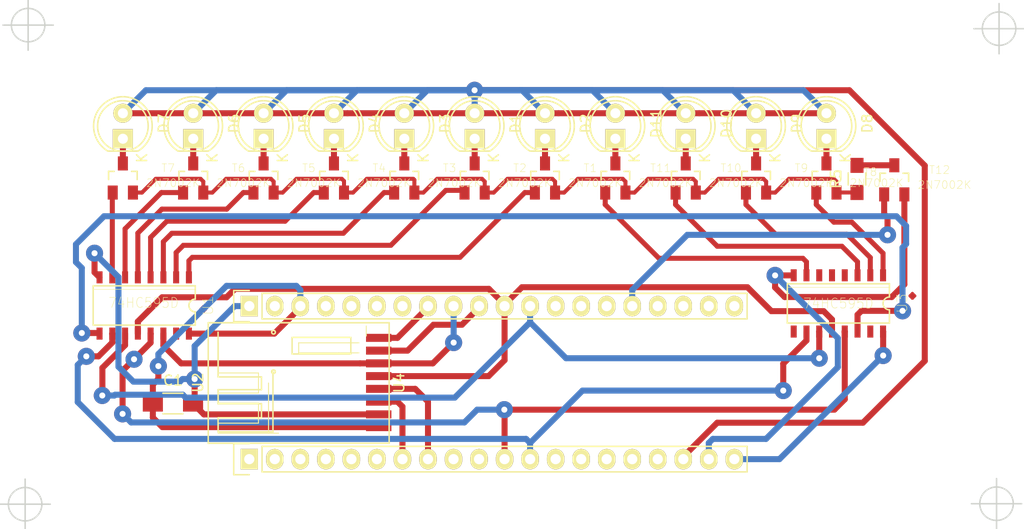
<source format=kicad_pcb>
(kicad_pcb (version 4) (host pcbnew 4.0.2-stable)

  (general
    (links 91)
    (no_connects 3)
    (area 0 0 0 0)
    (thickness 1.6)
    (drawings 6)
    (tracks 323)
    (zones 0)
    (modules 46)
    (nets 39)
  )

  (page A4)
  (layers
    (0 F.Cu signal)
    (31 B.Cu signal)
    (32 B.Adhes user)
    (33 F.Adhes user)
    (34 B.Paste user)
    (35 F.Paste user)
    (36 B.SilkS user)
    (37 F.SilkS user)
    (38 B.Mask user)
    (39 F.Mask user)
    (40 Dwgs.User user)
    (41 Cmts.User user)
    (42 Eco1.User user)
    (43 Eco2.User user)
    (44 Edge.Cuts user)
    (45 Margin user)
    (46 B.CrtYd user)
    (47 F.CrtYd user)
    (48 B.Fab user)
    (49 F.Fab user)
  )

  (setup
    (last_trace_width 0.6)
    (trace_clearance 0.4)
    (zone_clearance 0.508)
    (zone_45_only no)
    (trace_min 0.2)
    (segment_width 0.2)
    (edge_width 0.15)
    (via_size 0.6)
    (via_drill 0.4)
    (via_min_size 0.4)
    (via_min_drill 0.3)
    (uvia_size 0.3)
    (uvia_drill 0.1)
    (uvias_allowed no)
    (uvia_min_size 0.2)
    (uvia_min_drill 0.1)
    (pcb_text_width 0.3)
    (pcb_text_size 1.5 1.5)
    (mod_edge_width 0.15)
    (mod_text_size 1 1)
    (mod_text_width 0.15)
    (pad_size 1.524 1.524)
    (pad_drill 0.762)
    (pad_to_mask_clearance 0.2)
    (aux_axis_origin 0 0)
    (visible_elements 7FFFFFFF)
    (pcbplotparams
      (layerselection 0x00030_80000001)
      (usegerberextensions false)
      (excludeedgelayer true)
      (linewidth 0.100000)
      (plotframeref false)
      (viasonmask false)
      (mode 1)
      (useauxorigin false)
      (hpglpennumber 1)
      (hpglpenspeed 20)
      (hpglpendiameter 15)
      (hpglpenoverlay 2)
      (psnegative false)
      (psa4output false)
      (plotreference true)
      (plotvalue true)
      (plotinvisibletext false)
      (padsonsilk false)
      (subtractmaskfromsilk false)
      (outputformat 1)
      (mirror false)
      (drillshape 1)
      (scaleselection 1)
      (outputdirectory ""))
  )

  (net 0 "")
  (net 1 "Net-(D1-Pad1)")
  (net 2 IR_PWM)
  (net 3 "Net-(D2-Pad1)")
  (net 4 "Net-(D3-Pad1)")
  (net 5 "Net-(D4-Pad1)")
  (net 6 "Net-(D5-Pad1)")
  (net 7 "Net-(D6-Pad1)")
  (net 8 "Net-(D7-Pad1)")
  (net 9 IR_LED_1)
  (net 10 GND)
  (net 11 IR_LED_2)
  (net 12 IR_LED_3)
  (net 13 IR_LED_4)
  (net 14 IR_LED_5)
  (net 15 IR_LED_6)
  (net 16 IR_LED_7)
  (net 17 SPI_SCK)
  (net 18 SPI_MOSI)
  (net 19 +3V3)
  (net 20 "Net-(D8-Pad1)")
  (net 21 "Net-(D9-Pad1)")
  (net 22 "Net-(D10-Pad1)")
  (net 23 "Net-(D11-Pad1)")
  (net 24 IR_LED_8)
  (net 25 IR_LED_9)
  (net 26 IR_LED_10)
  (net 27 IR_LED_DATA)
  (net 28 Latch)
  (net 29 SE8R01_CE)
  (net 30 SE8R01_CSN)
  (net 31 SPI_MISO)
  (net 32 SE8R01_IRQ)
  (net 33 +5V)
  (net 34 PWM_GND)
  (net 35 "Net-(R5-Pad2)")
  (net 36 Cascade)
  (net 37 MR_NOT)
  (net 38 OE_NOT)

  (net_class Default "This is the default net class."
    (clearance 0.4)
    (trace_width 0.6)
    (via_dia 0.6)
    (via_drill 0.4)
    (uvia_dia 0.3)
    (uvia_drill 0.1)
    (add_net +3V3)
    (add_net +5V)
    (add_net Cascade)
    (add_net GND)
    (add_net IR_LED_1)
    (add_net IR_LED_10)
    (add_net IR_LED_2)
    (add_net IR_LED_3)
    (add_net IR_LED_4)
    (add_net IR_LED_5)
    (add_net IR_LED_6)
    (add_net IR_LED_7)
    (add_net IR_LED_8)
    (add_net IR_LED_9)
    (add_net IR_LED_DATA)
    (add_net IR_PWM)
    (add_net Latch)
    (add_net MR_NOT)
    (add_net "Net-(D1-Pad1)")
    (add_net "Net-(D10-Pad1)")
    (add_net "Net-(D11-Pad1)")
    (add_net "Net-(D2-Pad1)")
    (add_net "Net-(D3-Pad1)")
    (add_net "Net-(D4-Pad1)")
    (add_net "Net-(D5-Pad1)")
    (add_net "Net-(D6-Pad1)")
    (add_net "Net-(D7-Pad1)")
    (add_net "Net-(D8-Pad1)")
    (add_net "Net-(D9-Pad1)")
    (add_net "Net-(R5-Pad2)")
    (add_net OE_NOT)
    (add_net PWM_GND)
    (add_net SE8R01_CE)
    (add_net SE8R01_CSN)
    (add_net SE8R01_IRQ)
    (add_net SPI_MISO)
    (add_net SPI_MOSI)
    (add_net SPI_SCK)
  )

  (module Capacitors_SMD:C_1206_HandSoldering (layer F.Cu) (tedit 541A9C03) (tstamp 578F443F)
    (at 34.15 52.26)
    (descr "Capacitor SMD 1206, hand soldering")
    (tags "capacitor 1206")
    (path /578FDDE6)
    (attr smd)
    (fp_text reference C1 (at 0 -2.3) (layer F.SilkS)
      (effects (font (size 1 1) (thickness 0.15)))
    )
    (fp_text value 100uf (at 0 2.3) (layer F.Fab)
      (effects (font (size 1 1) (thickness 0.15)))
    )
    (fp_line (start -3.3 -1.15) (end 3.3 -1.15) (layer F.CrtYd) (width 0.05))
    (fp_line (start -3.3 1.15) (end 3.3 1.15) (layer F.CrtYd) (width 0.05))
    (fp_line (start -3.3 -1.15) (end -3.3 1.15) (layer F.CrtYd) (width 0.05))
    (fp_line (start 3.3 -1.15) (end 3.3 1.15) (layer F.CrtYd) (width 0.05))
    (fp_line (start 1 -1.025) (end -1 -1.025) (layer F.SilkS) (width 0.15))
    (fp_line (start -1 1.025) (end 1 1.025) (layer F.SilkS) (width 0.15))
    (pad 1 smd rect (at -2 0) (size 2 1.6) (layers F.Cu F.Paste F.Mask)
      (net 19 +3V3))
    (pad 2 smd rect (at 2 0) (size 2 1.6) (layers F.Cu F.Paste F.Mask)
      (net 10 GND))
    (model Capacitors_SMD.3dshapes/C_1206_HandSoldering.wrl
      (at (xyz 0 0 0))
      (scale (xyz 1 1 1))
      (rotate (xyz 0 0 0))
    )
  )

  (module footprints:STM32F103_header_footprint (layer F.Cu) (tedit 578F1A7E) (tstamp 578F3909)
    (at 41.7449 57.7977 90)
    (descr "Through hole pin header")
    (tags "pin header")
    (path /578F444B)
    (fp_text reference U2 (at 7.62 -5.1 90) (layer F.SilkS)
      (effects (font (size 1 1) (thickness 0.15)))
    )
    (fp_text value STM32F103HEADER (at 7.62 -3.1 90) (layer F.Fab)
      (effects (font (size 1 1) (thickness 0.15)))
    )
    (fp_line (start -1.75 -1.75) (end -1.75 50.05) (layer F.CrtYd) (width 0.05))
    (fp_line (start 1.75 -1.75) (end 1.75 50.05) (layer F.CrtYd) (width 0.05))
    (fp_line (start -1.75 -1.75) (end 1.75 -1.75) (layer F.CrtYd) (width 0.05))
    (fp_line (start -1.75 50.05) (end 1.75 50.05) (layer F.CrtYd) (width 0.05))
    (fp_line (start 1.27 1.27) (end 1.27 49.53) (layer F.SilkS) (width 0.15))
    (fp_line (start 1.27 49.53) (end -1.27 49.53) (layer F.SilkS) (width 0.15))
    (fp_line (start -1.27 49.53) (end -1.27 1.27) (layer F.SilkS) (width 0.15))
    (fp_line (start 1.55 -1.55) (end 1.55 0) (layer F.SilkS) (width 0.15))
    (fp_line (start 1.27 1.27) (end -1.27 1.27) (layer F.SilkS) (width 0.15))
    (fp_line (start -1.55 0) (end -1.55 -1.55) (layer F.SilkS) (width 0.15))
    (fp_line (start -1.55 -1.55) (end 1.55 -1.55) (layer F.SilkS) (width 0.15))
    (fp_line (start 13.69 -1.55) (end 16.79 -1.55) (layer F.SilkS) (width 0.15))
    (fp_line (start 16.79 -1.55) (end 16.79 0) (layer F.SilkS) (width 0.15))
    (fp_line (start 13.69 0) (end 13.69 -1.55) (layer F.SilkS) (width 0.15))
    (fp_line (start 16.51 49.53) (end 13.97 49.53) (layer F.SilkS) (width 0.15))
    (fp_line (start 16.51 1.27) (end 16.51 49.53) (layer F.SilkS) (width 0.15))
    (fp_line (start 16.51 1.27) (end 13.97 1.27) (layer F.SilkS) (width 0.15))
    (fp_line (start 13.97 49.53) (end 13.97 1.27) (layer F.SilkS) (width 0.15))
    (fp_line (start 13.49 -1.75) (end 16.99 -1.75) (layer F.CrtYd) (width 0.05))
    (fp_line (start 13.49 -1.75) (end 13.49 50.05) (layer F.CrtYd) (width 0.05))
    (fp_line (start 16.99 -1.75) (end 16.99 50.05) (layer F.CrtYd) (width 0.05))
    (fp_line (start 13.49 50.05) (end 16.99 50.05) (layer F.CrtYd) (width 0.05))
    (pad 1 thru_hole rect (at 0 0 90) (size 2.032 1.7272) (drill 1.016) (layers *.Cu *.Mask F.SilkS))
    (pad 2 thru_hole oval (at 0 2.54 90) (size 2.032 1.7272) (drill 1.016) (layers *.Cu *.Mask F.SilkS))
    (pad 3 thru_hole oval (at 0 5.08 90) (size 2.032 1.7272) (drill 1.016) (layers *.Cu *.Mask F.SilkS))
    (pad 4 thru_hole oval (at 0 7.62 90) (size 2.032 1.7272) (drill 1.016) (layers *.Cu *.Mask F.SilkS))
    (pad 5 thru_hole oval (at 0 10.16 90) (size 2.032 1.7272) (drill 1.016) (layers *.Cu *.Mask F.SilkS))
    (pad 6 thru_hole oval (at 0 12.7 90) (size 2.032 1.7272) (drill 1.016) (layers *.Cu *.Mask F.SilkS))
    (pad 7 thru_hole oval (at 0 15.24 90) (size 2.032 1.7272) (drill 1.016) (layers *.Cu *.Mask F.SilkS)
      (net 29 SE8R01_CE))
    (pad 8 thru_hole oval (at 0 17.78 90) (size 2.032 1.7272) (drill 1.016) (layers *.Cu *.Mask F.SilkS)
      (net 30 SE8R01_CSN))
    (pad 9 thru_hole oval (at 0 20.32 90) (size 2.032 1.7272) (drill 1.016) (layers *.Cu *.Mask F.SilkS))
    (pad 10 thru_hole oval (at 0 22.86 90) (size 2.032 1.7272) (drill 1.016) (layers *.Cu *.Mask F.SilkS))
    (pad 11 thru_hole oval (at 0 25.4 90) (size 2.032 1.7272) (drill 1.016) (layers *.Cu *.Mask F.SilkS)
      (net 38 OE_NOT))
    (pad 12 thru_hole oval (at 0 27.94 90) (size 2.032 1.7272) (drill 1.016) (layers *.Cu *.Mask F.SilkS)
      (net 37 MR_NOT))
    (pad 13 thru_hole oval (at 0 30.48 90) (size 2.032 1.7272) (drill 1.016) (layers *.Cu *.Mask F.SilkS))
    (pad 14 thru_hole oval (at 0 33.02 90) (size 2.032 1.7272) (drill 1.016) (layers *.Cu *.Mask F.SilkS))
    (pad 15 thru_hole oval (at 0 35.56 90) (size 2.032 1.7272) (drill 1.016) (layers *.Cu *.Mask F.SilkS))
    (pad 16 thru_hole oval (at 0 38.1 90) (size 2.032 1.7272) (drill 1.016) (layers *.Cu *.Mask F.SilkS))
    (pad 17 thru_hole oval (at 0 40.64 90) (size 2.032 1.7272) (drill 1.016) (layers *.Cu *.Mask F.SilkS))
    (pad 18 thru_hole oval (at 0 43.18 90) (size 2.032 1.7272) (drill 1.016) (layers *.Cu *.Mask F.SilkS)
      (net 33 +5V))
    (pad 19 thru_hole oval (at 0 45.72 90) (size 2.032 1.7272) (drill 1.016) (layers *.Cu *.Mask F.SilkS)
      (net 10 GND))
    (pad 20 thru_hole oval (at 0 48.26 90) (size 2.032 1.7272) (drill 1.016) (layers *.Cu *.Mask F.SilkS)
      (net 19 +3V3))
    (pad 19 thru_hole rect (at 15.24 0 90) (size 2.032 1.7272) (drill 1.016) (layers *.Cu *.Mask F.SilkS)
      (net 10 GND))
    (pad 29 thru_hole oval (at 15.24 20.32 90) (size 2.032 1.7272) (drill 1.016) (layers *.Cu *.Mask F.SilkS)
      (net 18 SPI_MOSI))
    (pad 30 thru_hole oval (at 15.24 22.86 90) (size 2.032 1.7272) (drill 1.016) (layers *.Cu *.Mask F.SilkS)
      (net 31 SPI_MISO))
    (pad 31 thru_hole oval (at 15.24 25.4 90) (size 2.032 1.7272) (drill 1.016) (layers *.Cu *.Mask F.SilkS)
      (net 17 SPI_SCK))
    (pad 33 thru_hole oval (at 15.24 30.48 90) (size 2.032 1.7272) (drill 1.016) (layers *.Cu *.Mask F.SilkS))
    (pad 32 thru_hole oval (at 15.24 27.94 90) (size 2.032 1.7272) (drill 1.016) (layers *.Cu *.Mask F.SilkS)
      (net 28 Latch))
    (pad 25 thru_hole oval (at 15.24 10.16 90) (size 2.032 1.7272) (drill 1.016) (layers *.Cu *.Mask F.SilkS))
    (pad 28 thru_hole oval (at 15.24 17.78 90) (size 2.032 1.7272) (drill 1.016) (layers *.Cu *.Mask F.SilkS)
      (net 32 SE8R01_IRQ))
    (pad 26 thru_hole oval (at 15.24 12.7 90) (size 2.032 1.7272) (drill 1.016) (layers *.Cu *.Mask F.SilkS))
    (pad 27 thru_hole oval (at 15.24 15.24 90) (size 2.032 1.7272) (drill 1.016) (layers *.Cu *.Mask F.SilkS))
    (pad 34 thru_hole oval (at 15.24 33.02 90) (size 2.032 1.7272) (drill 1.016) (layers *.Cu *.Mask F.SilkS))
    (pad 35 thru_hole oval (at 15.24 35.56 90) (size 2.032 1.7272) (drill 1.016) (layers *.Cu *.Mask F.SilkS))
    (pad 36 thru_hole oval (at 15.24 38.1 90) (size 2.032 1.7272) (drill 1.016) (layers *.Cu *.Mask F.SilkS)
      (net 2 IR_PWM))
    (pad 37 thru_hole oval (at 15.24 40.64 90) (size 2.032 1.7272) (drill 1.016) (layers *.Cu *.Mask F.SilkS))
    (pad 39 thru_hole oval (at 15.24 45.72 90) (size 2.032 1.7272) (drill 1.016) (layers *.Cu *.Mask F.SilkS))
    (pad 38 thru_hole oval (at 15.24 43.18 90) (size 2.032 1.7272) (drill 1.016) (layers *.Cu *.Mask F.SilkS))
    (pad 40 thru_hole oval (at 15.24 48.26 90) (size 2.032 1.7272) (drill 1.016) (layers *.Cu *.Mask F.SilkS))
    (pad 20 thru_hole oval (at 15.24 5.08 90) (size 2.032 1.7272) (drill 1.016) (layers *.Cu *.Mask F.SilkS)
      (net 19 +3V3))
    (pad 24 thru_hole oval (at 15.24 7.62 90) (size 2.032 1.7272) (drill 1.016) (layers *.Cu *.Mask F.SilkS))
    (pad 19 thru_hole oval (at 15.24 2.54 90) (size 2.032 1.7272) (drill 1.016) (layers *.Cu *.Mask F.SilkS)
      (net 10 GND))
    (model Pin_Headers.3dshapes/Pin_Header_Straight_1x20.wrl
      (at (xyz 0 -0.95 0))
      (scale (xyz 1 1 1))
      (rotate (xyz 0 0 90))
    )
  )

  (module footprints:74HC595D_SO16 (layer F.Cu) (tedit 0) (tstamp 578C7F34)
    (at 31.2928 42.4942 180)
    (descr "<b>Small Outline package</b> 150 mil")
    (path /578CC6D2)
    (solder_mask_margin 0.1)
    (attr smd)
    (fp_text reference U1 (at -6.35 0 270) (layer F.SilkS)
      (effects (font (size 1 1) (thickness 0.05)))
    )
    (fp_text value 74HC595D (at 0.0635 0.26416 180) (layer F.SilkS)
      (effects (font (size 1 0.9) (thickness 0.05)))
    )
    (fp_line (start 5.08 -1.9558) (end -5.08 -1.9558) (layer F.SilkS) (width 0.1524))
    (fp_line (start -5.08 1.9558) (end 5.08 1.9558) (layer F.SilkS) (width 0.1524))
    (fp_line (start 5.08 1.9558) (end 5.08 -1.9558) (layer F.SilkS) (width 0.1524))
    (fp_arc (start -5.08 0) (end -5.08 -0.635) (angle 180) (layer F.SilkS) (width 0.1524))
    (fp_line (start -5.08 1.6002) (end 5.08 1.6002) (layer F.SilkS) (width 0.0508))
    (fp_poly (pts (xy -0.889 -3.0988) (xy -0.381 -3.0988) (xy -0.381 -1.9558) (xy -0.889 -1.9558)) (layer Dwgs.User) (width 0.381))
    (fp_poly (pts (xy -4.699 1.9558) (xy -4.191 1.9558) (xy -4.191 3.0988) (xy -4.699 3.0988)) (layer Dwgs.User) (width 0.381))
    (fp_poly (pts (xy -3.429 1.9558) (xy -2.921 1.9558) (xy -2.921 3.0988) (xy -3.429 3.0988)) (layer Dwgs.User) (width 0.381))
    (fp_poly (pts (xy -2.159 1.9304) (xy -1.651 1.9304) (xy -1.651 3.0734) (xy -2.159 3.0734)) (layer Dwgs.User) (width 0.381))
    (fp_poly (pts (xy -0.889 1.9558) (xy -0.381 1.9558) (xy -0.381 3.0988) (xy -0.889 3.0988)) (layer Dwgs.User) (width 0.381))
    (fp_poly (pts (xy -2.159 -3.0988) (xy -1.651 -3.0988) (xy -1.651 -1.9558) (xy -2.159 -1.9558)) (layer Dwgs.User) (width 0.381))
    (fp_poly (pts (xy -3.429 -3.0988) (xy -2.921 -3.0988) (xy -2.921 -1.9558) (xy -3.429 -1.9558)) (layer Dwgs.User) (width 0.381))
    (fp_poly (pts (xy -4.699 -3.0988) (xy -4.191 -3.0988) (xy -4.191 -1.9558) (xy -4.699 -1.9558)) (layer Dwgs.User) (width 0.381))
    (fp_poly (pts (xy 0.381 1.9558) (xy 0.889 1.9558) (xy 0.889 3.0988) (xy 0.381 3.0988)) (layer Dwgs.User) (width 0.381))
    (fp_poly (pts (xy 1.651 1.9558) (xy 2.159 1.9558) (xy 2.159 3.0988) (xy 1.651 3.0988)) (layer Dwgs.User) (width 0.381))
    (fp_poly (pts (xy 2.921 1.9558) (xy 3.429 1.9558) (xy 3.429 3.0988) (xy 2.921 3.0988)) (layer Dwgs.User) (width 0.381))
    (fp_poly (pts (xy 4.191 1.9558) (xy 4.699 1.9558) (xy 4.699 3.0988) (xy 4.191 3.0988)) (layer Dwgs.User) (width 0.381))
    (fp_poly (pts (xy 0.381 -3.0988) (xy 0.889 -3.0988) (xy 0.889 -1.9558) (xy 0.381 -1.9558)) (layer Dwgs.User) (width 0.381))
    (fp_poly (pts (xy 1.651 -3.0988) (xy 2.159 -3.0988) (xy 2.159 -1.9558) (xy 1.651 -1.9558)) (layer Dwgs.User) (width 0.381))
    (fp_poly (pts (xy 2.921 -3.0988) (xy 3.429 -3.0988) (xy 3.429 -1.9558) (xy 2.921 -1.9558)) (layer Dwgs.User) (width 0.381))
    (fp_poly (pts (xy 4.191 -3.0988) (xy 4.699 -3.0988) (xy 4.699 -1.9558) (xy 4.191 -1.9558)) (layer Dwgs.User) (width 0.381))
    (fp_line (start -5.08 1.9558) (end -5.08 0.635) (layer F.SilkS) (width 0.1524))
    (fp_line (start -5.08 -0.635) (end -5.08 -1.9558) (layer F.SilkS) (width 0.1524))
    (pad 1 smd rect (at -4.445 2.8 180) (size 0.6 1.2) (layers F.Cu F.Paste F.Mask)
      (net 9 IR_LED_1) (solder_mask_margin 0.2))
    (pad 2 smd rect (at -3.175 2.8 180) (size 0.6 1.2) (layers F.Cu F.Paste F.Mask)
      (net 11 IR_LED_2) (solder_mask_margin 0.2))
    (pad 3 smd rect (at -1.905 2.8 180) (size 0.6 1.2) (layers F.Cu F.Paste F.Mask)
      (net 12 IR_LED_3) (solder_mask_margin 0.2))
    (pad 4 smd rect (at -0.635 2.8 180) (size 0.6 1.2) (layers F.Cu F.Paste F.Mask)
      (net 13 IR_LED_4) (solder_mask_margin 0.2))
    (pad 5 smd rect (at 0.635 2.8 180) (size 0.6 1.2) (layers F.Cu F.Paste F.Mask)
      (net 14 IR_LED_5) (solder_mask_margin 0.2))
    (pad 6 smd rect (at 1.905 2.8 180) (size 0.6 1.2) (layers F.Cu F.Paste F.Mask)
      (net 15 IR_LED_6) (solder_mask_margin 0.2))
    (pad 7 smd rect (at 3.175 2.8 180) (size 0.6 1.2) (layers F.Cu F.Paste F.Mask)
      (net 16 IR_LED_7) (solder_mask_margin 0.2))
    (pad 8 smd rect (at 4.445 2.8 180) (size 0.6 1.2) (layers F.Cu F.Paste F.Mask)
      (net 10 GND) (solder_mask_margin 0.2))
    (pad 9 smd rect (at 4.445 -2.8 180) (size 0.6 1.2) (layers F.Cu F.Paste F.Mask)
      (net 36 Cascade) (solder_mask_margin 0.2))
    (pad 10 smd rect (at 3.175 -2.8 180) (size 0.6 1.2) (layers F.Cu F.Paste F.Mask)
      (net 37 MR_NOT) (solder_mask_margin 0.2))
    (pad 11 smd rect (at 1.905 -2.8 180) (size 0.6 1.2) (layers F.Cu F.Paste F.Mask)
      (net 28 Latch) (solder_mask_margin 0.2))
    (pad 12 smd rect (at 0.635 -2.8 180) (size 0.6 1.2) (layers F.Cu F.Paste F.Mask)
      (net 17 SPI_SCK) (solder_mask_margin 0.2))
    (pad 13 smd rect (at -0.635 -2.8 180) (size 0.6 1.2) (layers F.Cu F.Paste F.Mask)
      (net 38 OE_NOT) (solder_mask_margin 0.2))
    (pad 14 smd rect (at -1.905 -2.8 180) (size 0.6 1.2) (layers F.Cu F.Paste F.Mask)
      (net 18 SPI_MOSI) (solder_mask_margin 0.2))
    (pad 15 smd rect (at -3.175 -2.8 180) (size 0.6 1.2) (layers F.Cu F.Paste F.Mask)
      (solder_mask_margin 0.2))
    (pad 16 smd rect (at -4.445 -2.8 180) (size 0.6 1.2) (layers F.Cu F.Paste F.Mask)
      (net 19 +3V3) (solder_mask_margin 0.2))
  )

  (module footprints:Via (layer F.Cu) (tedit 5795D329) (tstamp 578F5080)
    (at 106.74 43.03)
    (path /57907AF1)
    (fp_text reference P7 (at 0.254 1.9558) (layer F.SilkS) hide
      (effects (font (size 1 1) (thickness 0.15)))
    )
    (fp_text value Via (at 0 -1.524) (layer F.Fab) hide
      (effects (font (size 1 1) (thickness 0.15)))
    )
    (pad 1 thru_hole circle (at 0 0) (size 1.7 1.7) (drill 0.6) (layers *.Cu)
      (net 36 Cascade) (zone_connect 2))
  )

  (module footprints:Via (layer F.Cu) (tedit 578F41F1) (tstamp 578F4D7A)
    (at 105.2449 35.4584)
    (path /57905310)
    (fp_text reference P3 (at 0.254 1.651) (layer F.SilkS) hide
      (effects (font (size 1 1) (thickness 0.15)))
    )
    (fp_text value Via (at 0 -1.524) (layer F.Fab) hide
      (effects (font (size 1 1) (thickness 0.15)))
    )
    (pad 1 thru_hole circle (at 0 0) (size 1.7 1.7) (drill 0.6) (layers *.Cu)
      (net 2 IR_PWM) (zone_connect 2))
  )

  (module footprints:74HC595D_SO16 (layer F.Cu) (tedit 0) (tstamp 578C7F74)
    (at 100.3554 42.291 180)
    (descr "<b>Small Outline package</b> 150 mil")
    (path /578CC74D)
    (solder_mask_margin 0.1)
    (attr smd)
    (fp_text reference U3 (at -6.35 0 270) (layer F.SilkS)
      (effects (font (size 1 1) (thickness 0.05)))
    )
    (fp_text value 74HC595D (at 0 0 180) (layer F.SilkS)
      (effects (font (size 1 0.9) (thickness 0.05)))
    )
    (fp_line (start 5.08 -1.9558) (end -5.08 -1.9558) (layer F.SilkS) (width 0.1524))
    (fp_line (start -5.08 1.9558) (end 5.08 1.9558) (layer F.SilkS) (width 0.1524))
    (fp_line (start 5.08 1.9558) (end 5.08 -1.9558) (layer F.SilkS) (width 0.1524))
    (fp_arc (start -5.08 0) (end -5.08 -0.635) (angle 180) (layer F.SilkS) (width 0.1524))
    (fp_line (start -5.08 1.6002) (end 5.08 1.6002) (layer F.SilkS) (width 0.0508))
    (fp_poly (pts (xy -0.889 -3.0988) (xy -0.381 -3.0988) (xy -0.381 -1.9558) (xy -0.889 -1.9558)) (layer Dwgs.User) (width 0.381))
    (fp_poly (pts (xy -4.699 1.9558) (xy -4.191 1.9558) (xy -4.191 3.0988) (xy -4.699 3.0988)) (layer Dwgs.User) (width 0.381))
    (fp_poly (pts (xy -3.429 1.9558) (xy -2.921 1.9558) (xy -2.921 3.0988) (xy -3.429 3.0988)) (layer Dwgs.User) (width 0.381))
    (fp_poly (pts (xy -2.159 1.9304) (xy -1.651 1.9304) (xy -1.651 3.0734) (xy -2.159 3.0734)) (layer Dwgs.User) (width 0.381))
    (fp_poly (pts (xy -0.889 1.9558) (xy -0.381 1.9558) (xy -0.381 3.0988) (xy -0.889 3.0988)) (layer Dwgs.User) (width 0.381))
    (fp_poly (pts (xy -2.159 -3.0988) (xy -1.651 -3.0988) (xy -1.651 -1.9558) (xy -2.159 -1.9558)) (layer Dwgs.User) (width 0.381))
    (fp_poly (pts (xy -3.429 -3.0988) (xy -2.921 -3.0988) (xy -2.921 -1.9558) (xy -3.429 -1.9558)) (layer Dwgs.User) (width 0.381))
    (fp_poly (pts (xy -4.699 -3.0988) (xy -4.191 -3.0988) (xy -4.191 -1.9558) (xy -4.699 -1.9558)) (layer Dwgs.User) (width 0.381))
    (fp_poly (pts (xy 0.381 1.9558) (xy 0.889 1.9558) (xy 0.889 3.0988) (xy 0.381 3.0988)) (layer Dwgs.User) (width 0.381))
    (fp_poly (pts (xy 1.651 1.9558) (xy 2.159 1.9558) (xy 2.159 3.0988) (xy 1.651 3.0988)) (layer Dwgs.User) (width 0.381))
    (fp_poly (pts (xy 2.921 1.9558) (xy 3.429 1.9558) (xy 3.429 3.0988) (xy 2.921 3.0988)) (layer Dwgs.User) (width 0.381))
    (fp_poly (pts (xy 4.191 1.9558) (xy 4.699 1.9558) (xy 4.699 3.0988) (xy 4.191 3.0988)) (layer Dwgs.User) (width 0.381))
    (fp_poly (pts (xy 0.381 -3.0988) (xy 0.889 -3.0988) (xy 0.889 -1.9558) (xy 0.381 -1.9558)) (layer Dwgs.User) (width 0.381))
    (fp_poly (pts (xy 1.651 -3.0988) (xy 2.159 -3.0988) (xy 2.159 -1.9558) (xy 1.651 -1.9558)) (layer Dwgs.User) (width 0.381))
    (fp_poly (pts (xy 2.921 -3.0988) (xy 3.429 -3.0988) (xy 3.429 -1.9558) (xy 2.921 -1.9558)) (layer Dwgs.User) (width 0.381))
    (fp_poly (pts (xy 4.191 -3.0988) (xy 4.699 -3.0988) (xy 4.699 -1.9558) (xy 4.191 -1.9558)) (layer Dwgs.User) (width 0.381))
    (fp_line (start -5.08 1.9558) (end -5.08 0.635) (layer F.SilkS) (width 0.1524))
    (fp_line (start -5.08 -0.635) (end -5.08 -1.9558) (layer F.SilkS) (width 0.1524))
    (pad 1 smd rect (at -4.445 2.8 180) (size 0.6 1.2) (layers F.Cu F.Paste F.Mask)
      (net 24 IR_LED_8) (solder_mask_margin 0.2))
    (pad 2 smd rect (at -3.175 2.8 180) (size 0.6 1.2) (layers F.Cu F.Paste F.Mask)
      (net 25 IR_LED_9) (solder_mask_margin 0.2))
    (pad 3 smd rect (at -1.905 2.8 180) (size 0.6 1.2) (layers F.Cu F.Paste F.Mask)
      (net 26 IR_LED_10) (solder_mask_margin 0.2))
    (pad 4 smd rect (at -0.635 2.8 180) (size 0.6 1.2) (layers F.Cu F.Paste F.Mask)
      (solder_mask_margin 0.2))
    (pad 5 smd rect (at 0.635 2.8 180) (size 0.6 1.2) (layers F.Cu F.Paste F.Mask)
      (solder_mask_margin 0.2))
    (pad 6 smd rect (at 1.905 2.8 180) (size 0.6 1.2) (layers F.Cu F.Paste F.Mask)
      (solder_mask_margin 0.2))
    (pad 7 smd rect (at 3.175 2.8 180) (size 0.6 1.2) (layers F.Cu F.Paste F.Mask)
      (net 27 IR_LED_DATA) (solder_mask_margin 0.2))
    (pad 8 smd rect (at 4.445 2.8 180) (size 0.6 1.2) (layers F.Cu F.Paste F.Mask)
      (net 10 GND) (solder_mask_margin 0.2))
    (pad 9 smd rect (at 4.445 -2.8 180) (size 0.6 1.2) (layers F.Cu F.Paste F.Mask)
      (solder_mask_margin 0.2))
    (pad 10 smd rect (at 3.175 -2.8 180) (size 0.6 1.2) (layers F.Cu F.Paste F.Mask)
      (net 37 MR_NOT) (solder_mask_margin 0.2))
    (pad 11 smd rect (at 1.905 -2.8 180) (size 0.6 1.2) (layers F.Cu F.Paste F.Mask)
      (net 28 Latch) (solder_mask_margin 0.2))
    (pad 12 smd rect (at 0.635 -2.8 180) (size 0.6 1.2) (layers F.Cu F.Paste F.Mask)
      (net 17 SPI_SCK) (solder_mask_margin 0.2))
    (pad 13 smd rect (at -0.635 -2.8 180) (size 0.6 1.2) (layers F.Cu F.Paste F.Mask)
      (net 38 OE_NOT) (solder_mask_margin 0.2))
    (pad 14 smd rect (at -1.905 -2.8 180) (size 0.6 1.2) (layers F.Cu F.Paste F.Mask)
      (net 36 Cascade) (solder_mask_margin 0.2))
    (pad 15 smd rect (at -3.175 -2.8 180) (size 0.6 1.2) (layers F.Cu F.Paste F.Mask)
      (solder_mask_margin 0.2))
    (pad 16 smd rect (at -4.445 -2.8 180) (size 0.6 1.2) (layers F.Cu F.Paste F.Mask)
      (net 19 +3V3) (solder_mask_margin 0.2))
  )

  (module LEDs:LED-5MM (layer F.Cu) (tedit 5570F7EA) (tstamp 578C7E97)
    (at 64.16878 25.89002 90)
    (descr "LED 5mm round vertical")
    (tags "LED 5mm round vertical")
    (path /57897D64)
    (fp_text reference D1 (at 1.524 4.064 90) (layer F.SilkS)
      (effects (font (size 1 1) (thickness 0.15)))
    )
    (fp_text value LED (at 1.524 -3.937 90) (layer F.Fab)
      (effects (font (size 1 1) (thickness 0.15)))
    )
    (fp_line (start -1.5 -1.55) (end -1.5 1.55) (layer F.CrtYd) (width 0.05))
    (fp_arc (start 1.3 0) (end -1.5 1.55) (angle -302) (layer F.CrtYd) (width 0.05))
    (fp_arc (start 1.27 0) (end -1.23 -1.5) (angle 297.5) (layer F.SilkS) (width 0.15))
    (fp_line (start -1.23 1.5) (end -1.23 -1.5) (layer F.SilkS) (width 0.15))
    (fp_circle (center 1.27 0) (end 0.97 -2.5) (layer F.SilkS) (width 0.15))
    (fp_text user K (at -1.905 1.905 90) (layer F.SilkS)
      (effects (font (size 1 1) (thickness 0.15)))
    )
    (pad 1 thru_hole rect (at 0 0 180) (size 2 1.9) (drill 1.00076) (layers *.Cu *.Mask F.SilkS)
      (net 1 "Net-(D1-Pad1)"))
    (pad 2 thru_hole circle (at 2.54 0 90) (size 1.9 1.9) (drill 1.00076) (layers *.Cu *.Mask F.SilkS)
      (net 33 +5V))
    (model LEDs.3dshapes/LED-5MM.wrl
      (at (xyz 0.05 0 0))
      (scale (xyz 1 1 1))
      (rotate (xyz 0 0 90))
    )
  )

  (module LEDs:LED-5MM (layer F.Cu) (tedit 5570F7EA) (tstamp 578C7E9D)
    (at 71.16878 25.89002 90)
    (descr "LED 5mm round vertical")
    (tags "LED 5mm round vertical")
    (path /578759EC)
    (fp_text reference D2 (at 1.524 4.064 90) (layer F.SilkS)
      (effects (font (size 1 1) (thickness 0.15)))
    )
    (fp_text value LED (at 1.524 -3.937 90) (layer F.Fab)
      (effects (font (size 1 1) (thickness 0.15)))
    )
    (fp_line (start -1.5 -1.55) (end -1.5 1.55) (layer F.CrtYd) (width 0.05))
    (fp_arc (start 1.3 0) (end -1.5 1.55) (angle -302) (layer F.CrtYd) (width 0.05))
    (fp_arc (start 1.27 0) (end -1.23 -1.5) (angle 297.5) (layer F.SilkS) (width 0.15))
    (fp_line (start -1.23 1.5) (end -1.23 -1.5) (layer F.SilkS) (width 0.15))
    (fp_circle (center 1.27 0) (end 0.97 -2.5) (layer F.SilkS) (width 0.15))
    (fp_text user K (at -1.905 1.905 90) (layer F.SilkS)
      (effects (font (size 1 1) (thickness 0.15)))
    )
    (pad 1 thru_hole rect (at 0 0 180) (size 2 1.9) (drill 1.00076) (layers *.Cu *.Mask F.SilkS)
      (net 3 "Net-(D2-Pad1)"))
    (pad 2 thru_hole circle (at 2.54 0 90) (size 1.9 1.9) (drill 1.00076) (layers *.Cu *.Mask F.SilkS)
      (net 33 +5V))
    (model LEDs.3dshapes/LED-5MM.wrl
      (at (xyz 0.05 0 0))
      (scale (xyz 1 1 1))
      (rotate (xyz 0 0 90))
    )
  )

  (module LEDs:LED-5MM (layer F.Cu) (tedit 5570F7EA) (tstamp 578C7EA3)
    (at 57.16878 25.89002 90)
    (descr "LED 5mm round vertical")
    (tags "LED 5mm round vertical")
    (path /57897E48)
    (fp_text reference D3 (at 1.524 4.064 90) (layer F.SilkS)
      (effects (font (size 1 1) (thickness 0.15)))
    )
    (fp_text value LED (at 1.524 -3.937 90) (layer F.Fab)
      (effects (font (size 1 1) (thickness 0.15)))
    )
    (fp_line (start -1.5 -1.55) (end -1.5 1.55) (layer F.CrtYd) (width 0.05))
    (fp_arc (start 1.3 0) (end -1.5 1.55) (angle -302) (layer F.CrtYd) (width 0.05))
    (fp_arc (start 1.27 0) (end -1.23 -1.5) (angle 297.5) (layer F.SilkS) (width 0.15))
    (fp_line (start -1.23 1.5) (end -1.23 -1.5) (layer F.SilkS) (width 0.15))
    (fp_circle (center 1.27 0) (end 0.97 -2.5) (layer F.SilkS) (width 0.15))
    (fp_text user K (at -1.905 1.905 90) (layer F.SilkS)
      (effects (font (size 1 1) (thickness 0.15)))
    )
    (pad 1 thru_hole rect (at 0 0 180) (size 2 1.9) (drill 1.00076) (layers *.Cu *.Mask F.SilkS)
      (net 4 "Net-(D3-Pad1)"))
    (pad 2 thru_hole circle (at 2.54 0 90) (size 1.9 1.9) (drill 1.00076) (layers *.Cu *.Mask F.SilkS)
      (net 33 +5V))
    (model LEDs.3dshapes/LED-5MM.wrl
      (at (xyz 0.05 0 0))
      (scale (xyz 1 1 1))
      (rotate (xyz 0 0 90))
    )
  )

  (module LEDs:LED-5MM (layer F.Cu) (tedit 5570F7EA) (tstamp 578C7EA9)
    (at 50.16878 25.89002 90)
    (descr "LED 5mm round vertical")
    (tags "LED 5mm round vertical")
    (path /57897E5C)
    (fp_text reference D4 (at 1.524 4.064 90) (layer F.SilkS)
      (effects (font (size 1 1) (thickness 0.15)))
    )
    (fp_text value LED (at 1.524 -3.937 90) (layer F.Fab)
      (effects (font (size 1 1) (thickness 0.15)))
    )
    (fp_line (start -1.5 -1.55) (end -1.5 1.55) (layer F.CrtYd) (width 0.05))
    (fp_arc (start 1.3 0) (end -1.5 1.55) (angle -302) (layer F.CrtYd) (width 0.05))
    (fp_arc (start 1.27 0) (end -1.23 -1.5) (angle 297.5) (layer F.SilkS) (width 0.15))
    (fp_line (start -1.23 1.5) (end -1.23 -1.5) (layer F.SilkS) (width 0.15))
    (fp_circle (center 1.27 0) (end 0.97 -2.5) (layer F.SilkS) (width 0.15))
    (fp_text user K (at -1.905 1.905 90) (layer F.SilkS)
      (effects (font (size 1 1) (thickness 0.15)))
    )
    (pad 1 thru_hole rect (at 0 0 180) (size 2 1.9) (drill 1.00076) (layers *.Cu *.Mask F.SilkS)
      (net 5 "Net-(D4-Pad1)"))
    (pad 2 thru_hole circle (at 2.54 0 90) (size 1.9 1.9) (drill 1.00076) (layers *.Cu *.Mask F.SilkS)
      (net 33 +5V))
    (model LEDs.3dshapes/LED-5MM.wrl
      (at (xyz 0.05 0 0))
      (scale (xyz 1 1 1))
      (rotate (xyz 0 0 90))
    )
  )

  (module LEDs:LED-5MM (layer F.Cu) (tedit 5570F7EA) (tstamp 578C7EAF)
    (at 43.16878 25.89002 90)
    (descr "LED 5mm round vertical")
    (tags "LED 5mm round vertical")
    (path /57898338)
    (fp_text reference D5 (at 1.524 4.064 90) (layer F.SilkS)
      (effects (font (size 1 1) (thickness 0.15)))
    )
    (fp_text value LED (at 1.524 -3.937 90) (layer F.Fab)
      (effects (font (size 1 1) (thickness 0.15)))
    )
    (fp_line (start -1.5 -1.55) (end -1.5 1.55) (layer F.CrtYd) (width 0.05))
    (fp_arc (start 1.3 0) (end -1.5 1.55) (angle -302) (layer F.CrtYd) (width 0.05))
    (fp_arc (start 1.27 0) (end -1.23 -1.5) (angle 297.5) (layer F.SilkS) (width 0.15))
    (fp_line (start -1.23 1.5) (end -1.23 -1.5) (layer F.SilkS) (width 0.15))
    (fp_circle (center 1.27 0) (end 0.97 -2.5) (layer F.SilkS) (width 0.15))
    (fp_text user K (at -1.905 1.905 90) (layer F.SilkS)
      (effects (font (size 1 1) (thickness 0.15)))
    )
    (pad 1 thru_hole rect (at 0 0 180) (size 2 1.9) (drill 1.00076) (layers *.Cu *.Mask F.SilkS)
      (net 6 "Net-(D5-Pad1)"))
    (pad 2 thru_hole circle (at 2.54 0 90) (size 1.9 1.9) (drill 1.00076) (layers *.Cu *.Mask F.SilkS)
      (net 33 +5V))
    (model LEDs.3dshapes/LED-5MM.wrl
      (at (xyz 0.05 0 0))
      (scale (xyz 1 1 1))
      (rotate (xyz 0 0 90))
    )
  )

  (module LEDs:LED-5MM (layer F.Cu) (tedit 5570F7EA) (tstamp 578C7EB5)
    (at 36.16878 25.89002 90)
    (descr "LED 5mm round vertical")
    (tags "LED 5mm round vertical")
    (path /5789834C)
    (fp_text reference D6 (at 1.524 4.064 90) (layer F.SilkS)
      (effects (font (size 1 1) (thickness 0.15)))
    )
    (fp_text value LED (at 1.524 -3.937 90) (layer F.Fab)
      (effects (font (size 1 1) (thickness 0.15)))
    )
    (fp_line (start -1.5 -1.55) (end -1.5 1.55) (layer F.CrtYd) (width 0.05))
    (fp_arc (start 1.3 0) (end -1.5 1.55) (angle -302) (layer F.CrtYd) (width 0.05))
    (fp_arc (start 1.27 0) (end -1.23 -1.5) (angle 297.5) (layer F.SilkS) (width 0.15))
    (fp_line (start -1.23 1.5) (end -1.23 -1.5) (layer F.SilkS) (width 0.15))
    (fp_circle (center 1.27 0) (end 0.97 -2.5) (layer F.SilkS) (width 0.15))
    (fp_text user K (at -1.905 1.905 90) (layer F.SilkS)
      (effects (font (size 1 1) (thickness 0.15)))
    )
    (pad 1 thru_hole rect (at 0 0 180) (size 2 1.9) (drill 1.00076) (layers *.Cu *.Mask F.SilkS)
      (net 7 "Net-(D6-Pad1)"))
    (pad 2 thru_hole circle (at 2.54 0 90) (size 1.9 1.9) (drill 1.00076) (layers *.Cu *.Mask F.SilkS)
      (net 33 +5V))
    (model LEDs.3dshapes/LED-5MM.wrl
      (at (xyz 0.05 0 0))
      (scale (xyz 1 1 1))
      (rotate (xyz 0 0 90))
    )
  )

  (module LEDs:LED-5MM (layer F.Cu) (tedit 5570F7EA) (tstamp 578C7EBB)
    (at 29.16878 25.89002 90)
    (descr "LED 5mm round vertical")
    (tags "LED 5mm round vertical")
    (path /57898360)
    (fp_text reference D7 (at 1.524 4.064 90) (layer F.SilkS)
      (effects (font (size 1 1) (thickness 0.15)))
    )
    (fp_text value LED (at 1.524 -3.937 90) (layer F.Fab)
      (effects (font (size 1 1) (thickness 0.15)))
    )
    (fp_line (start -1.5 -1.55) (end -1.5 1.55) (layer F.CrtYd) (width 0.05))
    (fp_arc (start 1.3 0) (end -1.5 1.55) (angle -302) (layer F.CrtYd) (width 0.05))
    (fp_arc (start 1.27 0) (end -1.23 -1.5) (angle 297.5) (layer F.SilkS) (width 0.15))
    (fp_line (start -1.23 1.5) (end -1.23 -1.5) (layer F.SilkS) (width 0.15))
    (fp_circle (center 1.27 0) (end 0.97 -2.5) (layer F.SilkS) (width 0.15))
    (fp_text user K (at -1.905 1.905 90) (layer F.SilkS)
      (effects (font (size 1 1) (thickness 0.15)))
    )
    (pad 1 thru_hole rect (at 0 0 180) (size 2 1.9) (drill 1.00076) (layers *.Cu *.Mask F.SilkS)
      (net 8 "Net-(D7-Pad1)"))
    (pad 2 thru_hole circle (at 2.54 0 90) (size 1.9 1.9) (drill 1.00076) (layers *.Cu *.Mask F.SilkS)
      (net 33 +5V))
    (model LEDs.3dshapes/LED-5MM.wrl
      (at (xyz 0.05 0 0))
      (scale (xyz 1 1 1))
      (rotate (xyz 0 0 90))
    )
  )

  (module LEDs:LED-5MM (layer F.Cu) (tedit 5570F7EA) (tstamp 578C7EC1)
    (at 99.16878 25.89002 90)
    (descr "LED 5mm round vertical")
    (tags "LED 5mm round vertical")
    (path /578C79D4)
    (fp_text reference D8 (at 1.524 4.064 90) (layer F.SilkS)
      (effects (font (size 1 1) (thickness 0.15)))
    )
    (fp_text value LED (at 1.524 -3.937 90) (layer F.Fab)
      (effects (font (size 1 1) (thickness 0.15)))
    )
    (fp_line (start -1.5 -1.55) (end -1.5 1.55) (layer F.CrtYd) (width 0.05))
    (fp_arc (start 1.3 0) (end -1.5 1.55) (angle -302) (layer F.CrtYd) (width 0.05))
    (fp_arc (start 1.27 0) (end -1.23 -1.5) (angle 297.5) (layer F.SilkS) (width 0.15))
    (fp_line (start -1.23 1.5) (end -1.23 -1.5) (layer F.SilkS) (width 0.15))
    (fp_circle (center 1.27 0) (end 0.97 -2.5) (layer F.SilkS) (width 0.15))
    (fp_text user K (at -1.905 1.905 90) (layer F.SilkS)
      (effects (font (size 1 1) (thickness 0.15)))
    )
    (pad 1 thru_hole rect (at 0 0 180) (size 2 1.9) (drill 1.00076) (layers *.Cu *.Mask F.SilkS)
      (net 20 "Net-(D8-Pad1)"))
    (pad 2 thru_hole circle (at 2.54 0 90) (size 1.9 1.9) (drill 1.00076) (layers *.Cu *.Mask F.SilkS)
      (net 33 +5V))
    (model LEDs.3dshapes/LED-5MM.wrl
      (at (xyz 0.05 0 0))
      (scale (xyz 1 1 1))
      (rotate (xyz 0 0 90))
    )
  )

  (module LEDs:LED-5MM (layer F.Cu) (tedit 5570F7EA) (tstamp 578C7EC7)
    (at 92.16878 25.89002 90)
    (descr "LED 5mm round vertical")
    (tags "LED 5mm round vertical")
    (path /578C79E8)
    (fp_text reference D9 (at 1.524 4.064 90) (layer F.SilkS)
      (effects (font (size 1 1) (thickness 0.15)))
    )
    (fp_text value LED (at 1.524 -3.937 90) (layer F.Fab)
      (effects (font (size 1 1) (thickness 0.15)))
    )
    (fp_line (start -1.5 -1.55) (end -1.5 1.55) (layer F.CrtYd) (width 0.05))
    (fp_arc (start 1.3 0) (end -1.5 1.55) (angle -302) (layer F.CrtYd) (width 0.05))
    (fp_arc (start 1.27 0) (end -1.23 -1.5) (angle 297.5) (layer F.SilkS) (width 0.15))
    (fp_line (start -1.23 1.5) (end -1.23 -1.5) (layer F.SilkS) (width 0.15))
    (fp_circle (center 1.27 0) (end 0.97 -2.5) (layer F.SilkS) (width 0.15))
    (fp_text user K (at -1.905 1.905 90) (layer F.SilkS)
      (effects (font (size 1 1) (thickness 0.15)))
    )
    (pad 1 thru_hole rect (at 0 0 180) (size 2 1.9) (drill 1.00076) (layers *.Cu *.Mask F.SilkS)
      (net 21 "Net-(D9-Pad1)"))
    (pad 2 thru_hole circle (at 2.54 0 90) (size 1.9 1.9) (drill 1.00076) (layers *.Cu *.Mask F.SilkS)
      (net 33 +5V))
    (model LEDs.3dshapes/LED-5MM.wrl
      (at (xyz 0.05 0 0))
      (scale (xyz 1 1 1))
      (rotate (xyz 0 0 90))
    )
  )

  (module LEDs:LED-5MM (layer F.Cu) (tedit 5570F7EA) (tstamp 578C7ECD)
    (at 85.16878 25.89002 90)
    (descr "LED 5mm round vertical")
    (tags "LED 5mm round vertical")
    (path /578C79FC)
    (fp_text reference D10 (at 1.524 4.064 90) (layer F.SilkS)
      (effects (font (size 1 1) (thickness 0.15)))
    )
    (fp_text value LED (at 1.524 -3.937 90) (layer F.Fab)
      (effects (font (size 1 1) (thickness 0.15)))
    )
    (fp_line (start -1.5 -1.55) (end -1.5 1.55) (layer F.CrtYd) (width 0.05))
    (fp_arc (start 1.3 0) (end -1.5 1.55) (angle -302) (layer F.CrtYd) (width 0.05))
    (fp_arc (start 1.27 0) (end -1.23 -1.5) (angle 297.5) (layer F.SilkS) (width 0.15))
    (fp_line (start -1.23 1.5) (end -1.23 -1.5) (layer F.SilkS) (width 0.15))
    (fp_circle (center 1.27 0) (end 0.97 -2.5) (layer F.SilkS) (width 0.15))
    (fp_text user K (at -1.905 1.905 90) (layer F.SilkS)
      (effects (font (size 1 1) (thickness 0.15)))
    )
    (pad 1 thru_hole rect (at 0 0 180) (size 2 1.9) (drill 1.00076) (layers *.Cu *.Mask F.SilkS)
      (net 22 "Net-(D10-Pad1)"))
    (pad 2 thru_hole circle (at 2.54 0 90) (size 1.9 1.9) (drill 1.00076) (layers *.Cu *.Mask F.SilkS)
      (net 33 +5V))
    (model LEDs.3dshapes/LED-5MM.wrl
      (at (xyz 0.05 0 0))
      (scale (xyz 1 1 1))
      (rotate (xyz 0 0 90))
    )
  )

  (module LEDs:LED-5MM (layer F.Cu) (tedit 5570F7EA) (tstamp 578C7ED3)
    (at 78.16878 25.89002 90)
    (descr "LED 5mm round vertical")
    (tags "LED 5mm round vertical")
    (path /578C7E10)
    (fp_text reference D11 (at 1.524 4.064 90) (layer F.SilkS)
      (effects (font (size 1 1) (thickness 0.15)))
    )
    (fp_text value LED (at 1.524 -3.937 90) (layer F.Fab)
      (effects (font (size 1 1) (thickness 0.15)))
    )
    (fp_line (start -1.5 -1.55) (end -1.5 1.55) (layer F.CrtYd) (width 0.05))
    (fp_arc (start 1.3 0) (end -1.5 1.55) (angle -302) (layer F.CrtYd) (width 0.05))
    (fp_arc (start 1.27 0) (end -1.23 -1.5) (angle 297.5) (layer F.SilkS) (width 0.15))
    (fp_line (start -1.23 1.5) (end -1.23 -1.5) (layer F.SilkS) (width 0.15))
    (fp_circle (center 1.27 0) (end 0.97 -2.5) (layer F.SilkS) (width 0.15))
    (fp_text user K (at -1.905 1.905 90) (layer F.SilkS)
      (effects (font (size 1 1) (thickness 0.15)))
    )
    (pad 1 thru_hole rect (at 0 0 180) (size 2 1.9) (drill 1.00076) (layers *.Cu *.Mask F.SilkS)
      (net 23 "Net-(D11-Pad1)"))
    (pad 2 thru_hole circle (at 2.54 0 90) (size 1.9 1.9) (drill 1.00076) (layers *.Cu *.Mask F.SilkS)
      (net 33 +5V))
    (model LEDs.3dshapes/LED-5MM.wrl
      (at (xyz 0.05 0 0))
      (scale (xyz 1 1 1))
      (rotate (xyz 0 0 90))
    )
  )

  (module footprints:SOT23 (layer F.Cu) (tedit 5765E2C7) (tstamp 578C7EDA)
    (at 71.16878 29.80002)
    (descr "<li><b>SOT23</b><hr> <ul><li>Plastic surface-mounted package; 3 leads<li><u>JEDEC</u>: TO-236AB <li><u>IEC</u>: -- <li><u>JEITA</u>: --</ul>")
    (path /578926A0)
    (solder_mask_margin 0.1)
    (attr smd)
    (fp_text reference T1 (at 4.5 -0.99) (layer F.SilkS)
      (effects (font (size 0.787402 0.787402) (thickness 0.05)))
    )
    (fp_text value 2N7002K (at 5 0.5) (layer F.SilkS)
      (effects (font (size 0.787402 0.787402) (thickness 0.05)))
    )
    (fp_line (start 1.4224 -0.6604) (end 1.4224 0.6604) (layer Dwgs.User) (width 0.1524))
    (fp_line (start 1.4224 0.6604) (end -1.4224 0.6604) (layer Dwgs.User) (width 0.1524))
    (fp_line (start -1.4224 0.6604) (end -1.4224 -0.6604) (layer Dwgs.User) (width 0.1524))
    (fp_line (start -1.4224 -0.6604) (end 1.4224 -0.6604) (layer Dwgs.User) (width 0.1524))
    (fp_line (start -1.4224 0.1524) (end -1.4224 -0.6604) (layer F.SilkS) (width 0.1524))
    (fp_line (start -1.4224 -0.6604) (end -0.8636 -0.6604) (layer F.SilkS) (width 0.1524))
    (fp_line (start 1.4224 -0.6604) (end 1.4224 0.1524) (layer F.SilkS) (width 0.1524))
    (fp_line (start 0.8636 -0.6604) (end 1.4224 -0.6604) (layer F.SilkS) (width 0.1524))
    (fp_poly (pts (xy -0.2286 -1.2954) (xy 0.2286 -1.2954) (xy 0.2286 -0.7112) (xy -0.2286 -0.7112)) (layer Dwgs.User) (width 0.381))
    (fp_poly (pts (xy 0.7112 0.7112) (xy 1.1684 0.7112) (xy 1.1684 1.2954) (xy 0.7112 1.2954)) (layer Dwgs.User) (width 0.381))
    (fp_poly (pts (xy -1.1684 0.7112) (xy -0.7112 0.7112) (xy -0.7112 1.2954) (xy -1.1684 1.2954)) (layer Dwgs.User) (width 0.381))
    (pad 1 smd rect (at -1.01 1.45) (size 1 1.4) (layers F.Cu F.Paste F.Mask)
      (net 9 IR_LED_1) (solder_mask_margin 0.2))
    (pad 2 smd rect (at 1 1.45) (size 1 1.4) (layers F.Cu F.Paste F.Mask)
      (net 34 PWM_GND) (solder_mask_margin 0.2))
    (pad 3 smd rect (at 0 -1.45) (size 1 1.4) (layers F.Cu F.Paste F.Mask)
      (net 3 "Net-(D2-Pad1)") (solder_mask_margin 0.2))
  )

  (module footprints:SOT23 (layer F.Cu) (tedit 5765E2C7) (tstamp 578C7EE1)
    (at 64.16878 29.80002)
    (descr "<li><b>SOT23</b><hr> <ul><li>Plastic surface-mounted package; 3 leads<li><u>JEDEC</u>: TO-236AB <li><u>IEC</u>: -- <li><u>JEITA</u>: --</ul>")
    (path /57897D6A)
    (solder_mask_margin 0.1)
    (attr smd)
    (fp_text reference T2 (at 4.5 -0.99) (layer F.SilkS)
      (effects (font (size 0.787402 0.787402) (thickness 0.05)))
    )
    (fp_text value 2N7002K (at 5 0.5) (layer F.SilkS)
      (effects (font (size 0.787402 0.787402) (thickness 0.05)))
    )
    (fp_line (start 1.4224 -0.6604) (end 1.4224 0.6604) (layer Dwgs.User) (width 0.1524))
    (fp_line (start 1.4224 0.6604) (end -1.4224 0.6604) (layer Dwgs.User) (width 0.1524))
    (fp_line (start -1.4224 0.6604) (end -1.4224 -0.6604) (layer Dwgs.User) (width 0.1524))
    (fp_line (start -1.4224 -0.6604) (end 1.4224 -0.6604) (layer Dwgs.User) (width 0.1524))
    (fp_line (start -1.4224 0.1524) (end -1.4224 -0.6604) (layer F.SilkS) (width 0.1524))
    (fp_line (start -1.4224 -0.6604) (end -0.8636 -0.6604) (layer F.SilkS) (width 0.1524))
    (fp_line (start 1.4224 -0.6604) (end 1.4224 0.1524) (layer F.SilkS) (width 0.1524))
    (fp_line (start 0.8636 -0.6604) (end 1.4224 -0.6604) (layer F.SilkS) (width 0.1524))
    (fp_poly (pts (xy -0.2286 -1.2954) (xy 0.2286 -1.2954) (xy 0.2286 -0.7112) (xy -0.2286 -0.7112)) (layer Dwgs.User) (width 0.381))
    (fp_poly (pts (xy 0.7112 0.7112) (xy 1.1684 0.7112) (xy 1.1684 1.2954) (xy 0.7112 1.2954)) (layer Dwgs.User) (width 0.381))
    (fp_poly (pts (xy -1.1684 0.7112) (xy -0.7112 0.7112) (xy -0.7112 1.2954) (xy -1.1684 1.2954)) (layer Dwgs.User) (width 0.381))
    (pad 1 smd rect (at -1.01 1.45) (size 1 1.4) (layers F.Cu F.Paste F.Mask)
      (net 11 IR_LED_2) (solder_mask_margin 0.2))
    (pad 2 smd rect (at 1 1.45) (size 1 1.4) (layers F.Cu F.Paste F.Mask)
      (net 34 PWM_GND) (solder_mask_margin 0.2))
    (pad 3 smd rect (at 0 -1.45) (size 1 1.4) (layers F.Cu F.Paste F.Mask)
      (net 1 "Net-(D1-Pad1)") (solder_mask_margin 0.2))
  )

  (module footprints:SOT23 (layer F.Cu) (tedit 5765E2C7) (tstamp 578C7EE8)
    (at 57.16878 29.80002)
    (descr "<li><b>SOT23</b><hr> <ul><li>Plastic surface-mounted package; 3 leads<li><u>JEDEC</u>: TO-236AB <li><u>IEC</u>: -- <li><u>JEITA</u>: --</ul>")
    (path /57897E4E)
    (solder_mask_margin 0.1)
    (attr smd)
    (fp_text reference T3 (at 4.5 -0.99) (layer F.SilkS)
      (effects (font (size 0.787402 0.787402) (thickness 0.05)))
    )
    (fp_text value 2N7002K (at 5 0.5) (layer F.SilkS)
      (effects (font (size 0.787402 0.787402) (thickness 0.05)))
    )
    (fp_line (start 1.4224 -0.6604) (end 1.4224 0.6604) (layer Dwgs.User) (width 0.1524))
    (fp_line (start 1.4224 0.6604) (end -1.4224 0.6604) (layer Dwgs.User) (width 0.1524))
    (fp_line (start -1.4224 0.6604) (end -1.4224 -0.6604) (layer Dwgs.User) (width 0.1524))
    (fp_line (start -1.4224 -0.6604) (end 1.4224 -0.6604) (layer Dwgs.User) (width 0.1524))
    (fp_line (start -1.4224 0.1524) (end -1.4224 -0.6604) (layer F.SilkS) (width 0.1524))
    (fp_line (start -1.4224 -0.6604) (end -0.8636 -0.6604) (layer F.SilkS) (width 0.1524))
    (fp_line (start 1.4224 -0.6604) (end 1.4224 0.1524) (layer F.SilkS) (width 0.1524))
    (fp_line (start 0.8636 -0.6604) (end 1.4224 -0.6604) (layer F.SilkS) (width 0.1524))
    (fp_poly (pts (xy -0.2286 -1.2954) (xy 0.2286 -1.2954) (xy 0.2286 -0.7112) (xy -0.2286 -0.7112)) (layer Dwgs.User) (width 0.381))
    (fp_poly (pts (xy 0.7112 0.7112) (xy 1.1684 0.7112) (xy 1.1684 1.2954) (xy 0.7112 1.2954)) (layer Dwgs.User) (width 0.381))
    (fp_poly (pts (xy -1.1684 0.7112) (xy -0.7112 0.7112) (xy -0.7112 1.2954) (xy -1.1684 1.2954)) (layer Dwgs.User) (width 0.381))
    (pad 1 smd rect (at -1.01 1.45) (size 1 1.4) (layers F.Cu F.Paste F.Mask)
      (net 12 IR_LED_3) (solder_mask_margin 0.2))
    (pad 2 smd rect (at 1 1.45) (size 1 1.4) (layers F.Cu F.Paste F.Mask)
      (net 34 PWM_GND) (solder_mask_margin 0.2))
    (pad 3 smd rect (at 0 -1.45) (size 1 1.4) (layers F.Cu F.Paste F.Mask)
      (net 4 "Net-(D3-Pad1)") (solder_mask_margin 0.2))
  )

  (module footprints:SOT23 (layer F.Cu) (tedit 5765E2C7) (tstamp 578C7EEF)
    (at 50.16878 29.80002)
    (descr "<li><b>SOT23</b><hr> <ul><li>Plastic surface-mounted package; 3 leads<li><u>JEDEC</u>: TO-236AB <li><u>IEC</u>: -- <li><u>JEITA</u>: --</ul>")
    (path /57897E62)
    (solder_mask_margin 0.1)
    (attr smd)
    (fp_text reference T4 (at 4.5 -0.99) (layer F.SilkS)
      (effects (font (size 0.787402 0.787402) (thickness 0.05)))
    )
    (fp_text value 2N7002K (at 5 0.5) (layer F.SilkS)
      (effects (font (size 0.787402 0.787402) (thickness 0.05)))
    )
    (fp_line (start 1.4224 -0.6604) (end 1.4224 0.6604) (layer Dwgs.User) (width 0.1524))
    (fp_line (start 1.4224 0.6604) (end -1.4224 0.6604) (layer Dwgs.User) (width 0.1524))
    (fp_line (start -1.4224 0.6604) (end -1.4224 -0.6604) (layer Dwgs.User) (width 0.1524))
    (fp_line (start -1.4224 -0.6604) (end 1.4224 -0.6604) (layer Dwgs.User) (width 0.1524))
    (fp_line (start -1.4224 0.1524) (end -1.4224 -0.6604) (layer F.SilkS) (width 0.1524))
    (fp_line (start -1.4224 -0.6604) (end -0.8636 -0.6604) (layer F.SilkS) (width 0.1524))
    (fp_line (start 1.4224 -0.6604) (end 1.4224 0.1524) (layer F.SilkS) (width 0.1524))
    (fp_line (start 0.8636 -0.6604) (end 1.4224 -0.6604) (layer F.SilkS) (width 0.1524))
    (fp_poly (pts (xy -0.2286 -1.2954) (xy 0.2286 -1.2954) (xy 0.2286 -0.7112) (xy -0.2286 -0.7112)) (layer Dwgs.User) (width 0.381))
    (fp_poly (pts (xy 0.7112 0.7112) (xy 1.1684 0.7112) (xy 1.1684 1.2954) (xy 0.7112 1.2954)) (layer Dwgs.User) (width 0.381))
    (fp_poly (pts (xy -1.1684 0.7112) (xy -0.7112 0.7112) (xy -0.7112 1.2954) (xy -1.1684 1.2954)) (layer Dwgs.User) (width 0.381))
    (pad 1 smd rect (at -1.01 1.45) (size 1 1.4) (layers F.Cu F.Paste F.Mask)
      (net 13 IR_LED_4) (solder_mask_margin 0.2))
    (pad 2 smd rect (at 1 1.45) (size 1 1.4) (layers F.Cu F.Paste F.Mask)
      (net 34 PWM_GND) (solder_mask_margin 0.2))
    (pad 3 smd rect (at 0 -1.45) (size 1 1.4) (layers F.Cu F.Paste F.Mask)
      (net 5 "Net-(D4-Pad1)") (solder_mask_margin 0.2))
  )

  (module footprints:SOT23 (layer F.Cu) (tedit 5765E2C7) (tstamp 578C7EF6)
    (at 43.16878 29.80002)
    (descr "<li><b>SOT23</b><hr> <ul><li>Plastic surface-mounted package; 3 leads<li><u>JEDEC</u>: TO-236AB <li><u>IEC</u>: -- <li><u>JEITA</u>: --</ul>")
    (path /5789833E)
    (solder_mask_margin 0.1)
    (attr smd)
    (fp_text reference T5 (at 4.5 -0.99) (layer F.SilkS)
      (effects (font (size 0.787402 0.787402) (thickness 0.05)))
    )
    (fp_text value 2N7002K (at 5 0.5) (layer F.SilkS)
      (effects (font (size 0.787402 0.787402) (thickness 0.05)))
    )
    (fp_line (start 1.4224 -0.6604) (end 1.4224 0.6604) (layer Dwgs.User) (width 0.1524))
    (fp_line (start 1.4224 0.6604) (end -1.4224 0.6604) (layer Dwgs.User) (width 0.1524))
    (fp_line (start -1.4224 0.6604) (end -1.4224 -0.6604) (layer Dwgs.User) (width 0.1524))
    (fp_line (start -1.4224 -0.6604) (end 1.4224 -0.6604) (layer Dwgs.User) (width 0.1524))
    (fp_line (start -1.4224 0.1524) (end -1.4224 -0.6604) (layer F.SilkS) (width 0.1524))
    (fp_line (start -1.4224 -0.6604) (end -0.8636 -0.6604) (layer F.SilkS) (width 0.1524))
    (fp_line (start 1.4224 -0.6604) (end 1.4224 0.1524) (layer F.SilkS) (width 0.1524))
    (fp_line (start 0.8636 -0.6604) (end 1.4224 -0.6604) (layer F.SilkS) (width 0.1524))
    (fp_poly (pts (xy -0.2286 -1.2954) (xy 0.2286 -1.2954) (xy 0.2286 -0.7112) (xy -0.2286 -0.7112)) (layer Dwgs.User) (width 0.381))
    (fp_poly (pts (xy 0.7112 0.7112) (xy 1.1684 0.7112) (xy 1.1684 1.2954) (xy 0.7112 1.2954)) (layer Dwgs.User) (width 0.381))
    (fp_poly (pts (xy -1.1684 0.7112) (xy -0.7112 0.7112) (xy -0.7112 1.2954) (xy -1.1684 1.2954)) (layer Dwgs.User) (width 0.381))
    (pad 1 smd rect (at -1.01 1.45) (size 1 1.4) (layers F.Cu F.Paste F.Mask)
      (net 14 IR_LED_5) (solder_mask_margin 0.2))
    (pad 2 smd rect (at 1 1.45) (size 1 1.4) (layers F.Cu F.Paste F.Mask)
      (net 34 PWM_GND) (solder_mask_margin 0.2))
    (pad 3 smd rect (at 0 -1.45) (size 1 1.4) (layers F.Cu F.Paste F.Mask)
      (net 6 "Net-(D5-Pad1)") (solder_mask_margin 0.2))
  )

  (module footprints:SOT23 (layer F.Cu) (tedit 5765E2C7) (tstamp 578C7EFD)
    (at 36.16878 29.80002)
    (descr "<li><b>SOT23</b><hr> <ul><li>Plastic surface-mounted package; 3 leads<li><u>JEDEC</u>: TO-236AB <li><u>IEC</u>: -- <li><u>JEITA</u>: --</ul>")
    (path /57898352)
    (solder_mask_margin 0.1)
    (attr smd)
    (fp_text reference T6 (at 4.5 -0.99) (layer F.SilkS)
      (effects (font (size 0.787402 0.787402) (thickness 0.05)))
    )
    (fp_text value 2N7002K (at 5 0.5) (layer F.SilkS)
      (effects (font (size 0.787402 0.787402) (thickness 0.05)))
    )
    (fp_line (start 1.4224 -0.6604) (end 1.4224 0.6604) (layer Dwgs.User) (width 0.1524))
    (fp_line (start 1.4224 0.6604) (end -1.4224 0.6604) (layer Dwgs.User) (width 0.1524))
    (fp_line (start -1.4224 0.6604) (end -1.4224 -0.6604) (layer Dwgs.User) (width 0.1524))
    (fp_line (start -1.4224 -0.6604) (end 1.4224 -0.6604) (layer Dwgs.User) (width 0.1524))
    (fp_line (start -1.4224 0.1524) (end -1.4224 -0.6604) (layer F.SilkS) (width 0.1524))
    (fp_line (start -1.4224 -0.6604) (end -0.8636 -0.6604) (layer F.SilkS) (width 0.1524))
    (fp_line (start 1.4224 -0.6604) (end 1.4224 0.1524) (layer F.SilkS) (width 0.1524))
    (fp_line (start 0.8636 -0.6604) (end 1.4224 -0.6604) (layer F.SilkS) (width 0.1524))
    (fp_poly (pts (xy -0.2286 -1.2954) (xy 0.2286 -1.2954) (xy 0.2286 -0.7112) (xy -0.2286 -0.7112)) (layer Dwgs.User) (width 0.381))
    (fp_poly (pts (xy 0.7112 0.7112) (xy 1.1684 0.7112) (xy 1.1684 1.2954) (xy 0.7112 1.2954)) (layer Dwgs.User) (width 0.381))
    (fp_poly (pts (xy -1.1684 0.7112) (xy -0.7112 0.7112) (xy -0.7112 1.2954) (xy -1.1684 1.2954)) (layer Dwgs.User) (width 0.381))
    (pad 1 smd rect (at -1.01 1.45) (size 1 1.4) (layers F.Cu F.Paste F.Mask)
      (net 15 IR_LED_6) (solder_mask_margin 0.2))
    (pad 2 smd rect (at 1 1.45) (size 1 1.4) (layers F.Cu F.Paste F.Mask)
      (net 34 PWM_GND) (solder_mask_margin 0.2))
    (pad 3 smd rect (at 0 -1.45) (size 1 1.4) (layers F.Cu F.Paste F.Mask)
      (net 7 "Net-(D6-Pad1)") (solder_mask_margin 0.2))
  )

  (module footprints:SOT23 (layer F.Cu) (tedit 5765E2C7) (tstamp 578C7F04)
    (at 29.16878 29.80002)
    (descr "<li><b>SOT23</b><hr> <ul><li>Plastic surface-mounted package; 3 leads<li><u>JEDEC</u>: TO-236AB <li><u>IEC</u>: -- <li><u>JEITA</u>: --</ul>")
    (path /57898366)
    (solder_mask_margin 0.1)
    (attr smd)
    (fp_text reference T7 (at 4.5 -0.99) (layer F.SilkS)
      (effects (font (size 0.787402 0.787402) (thickness 0.05)))
    )
    (fp_text value 2N7002K (at 5 0.5) (layer F.SilkS)
      (effects (font (size 0.787402 0.787402) (thickness 0.05)))
    )
    (fp_line (start 1.4224 -0.6604) (end 1.4224 0.6604) (layer Dwgs.User) (width 0.1524))
    (fp_line (start 1.4224 0.6604) (end -1.4224 0.6604) (layer Dwgs.User) (width 0.1524))
    (fp_line (start -1.4224 0.6604) (end -1.4224 -0.6604) (layer Dwgs.User) (width 0.1524))
    (fp_line (start -1.4224 -0.6604) (end 1.4224 -0.6604) (layer Dwgs.User) (width 0.1524))
    (fp_line (start -1.4224 0.1524) (end -1.4224 -0.6604) (layer F.SilkS) (width 0.1524))
    (fp_line (start -1.4224 -0.6604) (end -0.8636 -0.6604) (layer F.SilkS) (width 0.1524))
    (fp_line (start 1.4224 -0.6604) (end 1.4224 0.1524) (layer F.SilkS) (width 0.1524))
    (fp_line (start 0.8636 -0.6604) (end 1.4224 -0.6604) (layer F.SilkS) (width 0.1524))
    (fp_poly (pts (xy -0.2286 -1.2954) (xy 0.2286 -1.2954) (xy 0.2286 -0.7112) (xy -0.2286 -0.7112)) (layer Dwgs.User) (width 0.381))
    (fp_poly (pts (xy 0.7112 0.7112) (xy 1.1684 0.7112) (xy 1.1684 1.2954) (xy 0.7112 1.2954)) (layer Dwgs.User) (width 0.381))
    (fp_poly (pts (xy -1.1684 0.7112) (xy -0.7112 0.7112) (xy -0.7112 1.2954) (xy -1.1684 1.2954)) (layer Dwgs.User) (width 0.381))
    (pad 1 smd rect (at -1.01 1.45) (size 1 1.4) (layers F.Cu F.Paste F.Mask)
      (net 16 IR_LED_7) (solder_mask_margin 0.2))
    (pad 2 smd rect (at 1 1.45) (size 1 1.4) (layers F.Cu F.Paste F.Mask)
      (net 34 PWM_GND) (solder_mask_margin 0.2))
    (pad 3 smd rect (at 0 -1.45) (size 1 1.4) (layers F.Cu F.Paste F.Mask)
      (net 8 "Net-(D7-Pad1)") (solder_mask_margin 0.2))
  )

  (module footprints:SOT23 (layer F.Cu) (tedit 5765E2C7) (tstamp 578C7F0B)
    (at 99.16878 29.80002)
    (descr "<li><b>SOT23</b><hr> <ul><li>Plastic surface-mounted package; 3 leads<li><u>JEDEC</u>: TO-236AB <li><u>IEC</u>: -- <li><u>JEITA</u>: --</ul>")
    (path /578C79DA)
    (solder_mask_margin 0.1)
    (attr smd)
    (fp_text reference T8 (at 4.37432 -0.5951) (layer F.SilkS)
      (effects (font (size 0.787402 0.787402) (thickness 0.05)))
    )
    (fp_text value 2N7002K (at 5 0.5) (layer F.SilkS)
      (effects (font (size 0.787402 0.787402) (thickness 0.05)))
    )
    (fp_line (start 1.4224 -0.6604) (end 1.4224 0.6604) (layer Dwgs.User) (width 0.1524))
    (fp_line (start 1.4224 0.6604) (end -1.4224 0.6604) (layer Dwgs.User) (width 0.1524))
    (fp_line (start -1.4224 0.6604) (end -1.4224 -0.6604) (layer Dwgs.User) (width 0.1524))
    (fp_line (start -1.4224 -0.6604) (end 1.4224 -0.6604) (layer Dwgs.User) (width 0.1524))
    (fp_line (start -1.4224 0.1524) (end -1.4224 -0.6604) (layer F.SilkS) (width 0.1524))
    (fp_line (start -1.4224 -0.6604) (end -0.8636 -0.6604) (layer F.SilkS) (width 0.1524))
    (fp_line (start 1.4224 -0.6604) (end 1.4224 0.1524) (layer F.SilkS) (width 0.1524))
    (fp_line (start 0.8636 -0.6604) (end 1.4224 -0.6604) (layer F.SilkS) (width 0.1524))
    (fp_poly (pts (xy -0.2286 -1.2954) (xy 0.2286 -1.2954) (xy 0.2286 -0.7112) (xy -0.2286 -0.7112)) (layer Dwgs.User) (width 0.381))
    (fp_poly (pts (xy 0.7112 0.7112) (xy 1.1684 0.7112) (xy 1.1684 1.2954) (xy 0.7112 1.2954)) (layer Dwgs.User) (width 0.381))
    (fp_poly (pts (xy -1.1684 0.7112) (xy -0.7112 0.7112) (xy -0.7112 1.2954) (xy -1.1684 1.2954)) (layer Dwgs.User) (width 0.381))
    (pad 1 smd rect (at -1.01 1.45) (size 1 1.4) (layers F.Cu F.Paste F.Mask)
      (net 24 IR_LED_8) (solder_mask_margin 0.2))
    (pad 2 smd rect (at 1 1.45) (size 1 1.4) (layers F.Cu F.Paste F.Mask)
      (net 34 PWM_GND) (solder_mask_margin 0.2))
    (pad 3 smd rect (at 0 -1.45) (size 1 1.4) (layers F.Cu F.Paste F.Mask)
      (net 20 "Net-(D8-Pad1)") (solder_mask_margin 0.2))
  )

  (module footprints:SOT23 (layer F.Cu) (tedit 5765E2C7) (tstamp 578C7F12)
    (at 92.16878 29.80002)
    (descr "<li><b>SOT23</b><hr> <ul><li>Plastic surface-mounted package; 3 leads<li><u>JEDEC</u>: TO-236AB <li><u>IEC</u>: -- <li><u>JEITA</u>: --</ul>")
    (path /578C79EE)
    (solder_mask_margin 0.1)
    (attr smd)
    (fp_text reference T9 (at 4.5 -0.99) (layer F.SilkS)
      (effects (font (size 0.787402 0.787402) (thickness 0.05)))
    )
    (fp_text value 2N7002K (at 5 0.5) (layer F.SilkS)
      (effects (font (size 0.787402 0.787402) (thickness 0.05)))
    )
    (fp_line (start 1.4224 -0.6604) (end 1.4224 0.6604) (layer Dwgs.User) (width 0.1524))
    (fp_line (start 1.4224 0.6604) (end -1.4224 0.6604) (layer Dwgs.User) (width 0.1524))
    (fp_line (start -1.4224 0.6604) (end -1.4224 -0.6604) (layer Dwgs.User) (width 0.1524))
    (fp_line (start -1.4224 -0.6604) (end 1.4224 -0.6604) (layer Dwgs.User) (width 0.1524))
    (fp_line (start -1.4224 0.1524) (end -1.4224 -0.6604) (layer F.SilkS) (width 0.1524))
    (fp_line (start -1.4224 -0.6604) (end -0.8636 -0.6604) (layer F.SilkS) (width 0.1524))
    (fp_line (start 1.4224 -0.6604) (end 1.4224 0.1524) (layer F.SilkS) (width 0.1524))
    (fp_line (start 0.8636 -0.6604) (end 1.4224 -0.6604) (layer F.SilkS) (width 0.1524))
    (fp_poly (pts (xy -0.2286 -1.2954) (xy 0.2286 -1.2954) (xy 0.2286 -0.7112) (xy -0.2286 -0.7112)) (layer Dwgs.User) (width 0.381))
    (fp_poly (pts (xy 0.7112 0.7112) (xy 1.1684 0.7112) (xy 1.1684 1.2954) (xy 0.7112 1.2954)) (layer Dwgs.User) (width 0.381))
    (fp_poly (pts (xy -1.1684 0.7112) (xy -0.7112 0.7112) (xy -0.7112 1.2954) (xy -1.1684 1.2954)) (layer Dwgs.User) (width 0.381))
    (pad 1 smd rect (at -1.01 1.45) (size 1 1.4) (layers F.Cu F.Paste F.Mask)
      (net 25 IR_LED_9) (solder_mask_margin 0.2))
    (pad 2 smd rect (at 1 1.45) (size 1 1.4) (layers F.Cu F.Paste F.Mask)
      (net 34 PWM_GND) (solder_mask_margin 0.2))
    (pad 3 smd rect (at 0 -1.45) (size 1 1.4) (layers F.Cu F.Paste F.Mask)
      (net 21 "Net-(D9-Pad1)") (solder_mask_margin 0.2))
  )

  (module footprints:SOT23 (layer F.Cu) (tedit 5765E2C7) (tstamp 578C7F19)
    (at 85.16878 29.80002)
    (descr "<li><b>SOT23</b><hr> <ul><li>Plastic surface-mounted package; 3 leads<li><u>JEDEC</u>: TO-236AB <li><u>IEC</u>: -- <li><u>JEITA</u>: --</ul>")
    (path /578C7A02)
    (solder_mask_margin 0.1)
    (attr smd)
    (fp_text reference T10 (at 4.5 -0.99) (layer F.SilkS)
      (effects (font (size 0.787402 0.787402) (thickness 0.05)))
    )
    (fp_text value 2N7002K (at 5 0.5) (layer F.SilkS)
      (effects (font (size 0.787402 0.787402) (thickness 0.05)))
    )
    (fp_line (start 1.4224 -0.6604) (end 1.4224 0.6604) (layer Dwgs.User) (width 0.1524))
    (fp_line (start 1.4224 0.6604) (end -1.4224 0.6604) (layer Dwgs.User) (width 0.1524))
    (fp_line (start -1.4224 0.6604) (end -1.4224 -0.6604) (layer Dwgs.User) (width 0.1524))
    (fp_line (start -1.4224 -0.6604) (end 1.4224 -0.6604) (layer Dwgs.User) (width 0.1524))
    (fp_line (start -1.4224 0.1524) (end -1.4224 -0.6604) (layer F.SilkS) (width 0.1524))
    (fp_line (start -1.4224 -0.6604) (end -0.8636 -0.6604) (layer F.SilkS) (width 0.1524))
    (fp_line (start 1.4224 -0.6604) (end 1.4224 0.1524) (layer F.SilkS) (width 0.1524))
    (fp_line (start 0.8636 -0.6604) (end 1.4224 -0.6604) (layer F.SilkS) (width 0.1524))
    (fp_poly (pts (xy -0.2286 -1.2954) (xy 0.2286 -1.2954) (xy 0.2286 -0.7112) (xy -0.2286 -0.7112)) (layer Dwgs.User) (width 0.381))
    (fp_poly (pts (xy 0.7112 0.7112) (xy 1.1684 0.7112) (xy 1.1684 1.2954) (xy 0.7112 1.2954)) (layer Dwgs.User) (width 0.381))
    (fp_poly (pts (xy -1.1684 0.7112) (xy -0.7112 0.7112) (xy -0.7112 1.2954) (xy -1.1684 1.2954)) (layer Dwgs.User) (width 0.381))
    (pad 1 smd rect (at -1.01 1.45) (size 1 1.4) (layers F.Cu F.Paste F.Mask)
      (net 26 IR_LED_10) (solder_mask_margin 0.2))
    (pad 2 smd rect (at 1 1.45) (size 1 1.4) (layers F.Cu F.Paste F.Mask)
      (net 34 PWM_GND) (solder_mask_margin 0.2))
    (pad 3 smd rect (at 0 -1.45) (size 1 1.4) (layers F.Cu F.Paste F.Mask)
      (net 22 "Net-(D10-Pad1)") (solder_mask_margin 0.2))
  )

  (module footprints:SOT23 (layer F.Cu) (tedit 5765E2C7) (tstamp 578C7F20)
    (at 78.16878 29.80002)
    (descr "<li><b>SOT23</b><hr> <ul><li>Plastic surface-mounted package; 3 leads<li><u>JEDEC</u>: TO-236AB <li><u>IEC</u>: -- <li><u>JEITA</u>: --</ul>")
    (path /578C7E16)
    (solder_mask_margin 0.1)
    (attr smd)
    (fp_text reference T11 (at 4.5 -0.99) (layer F.SilkS)
      (effects (font (size 0.787402 0.787402) (thickness 0.05)))
    )
    (fp_text value 2N7002K (at 5 0.5) (layer F.SilkS)
      (effects (font (size 0.787402 0.787402) (thickness 0.05)))
    )
    (fp_line (start 1.4224 -0.6604) (end 1.4224 0.6604) (layer Dwgs.User) (width 0.1524))
    (fp_line (start 1.4224 0.6604) (end -1.4224 0.6604) (layer Dwgs.User) (width 0.1524))
    (fp_line (start -1.4224 0.6604) (end -1.4224 -0.6604) (layer Dwgs.User) (width 0.1524))
    (fp_line (start -1.4224 -0.6604) (end 1.4224 -0.6604) (layer Dwgs.User) (width 0.1524))
    (fp_line (start -1.4224 0.1524) (end -1.4224 -0.6604) (layer F.SilkS) (width 0.1524))
    (fp_line (start -1.4224 -0.6604) (end -0.8636 -0.6604) (layer F.SilkS) (width 0.1524))
    (fp_line (start 1.4224 -0.6604) (end 1.4224 0.1524) (layer F.SilkS) (width 0.1524))
    (fp_line (start 0.8636 -0.6604) (end 1.4224 -0.6604) (layer F.SilkS) (width 0.1524))
    (fp_poly (pts (xy -0.2286 -1.2954) (xy 0.2286 -1.2954) (xy 0.2286 -0.7112) (xy -0.2286 -0.7112)) (layer Dwgs.User) (width 0.381))
    (fp_poly (pts (xy 0.7112 0.7112) (xy 1.1684 0.7112) (xy 1.1684 1.2954) (xy 0.7112 1.2954)) (layer Dwgs.User) (width 0.381))
    (fp_poly (pts (xy -1.1684 0.7112) (xy -0.7112 0.7112) (xy -0.7112 1.2954) (xy -1.1684 1.2954)) (layer Dwgs.User) (width 0.381))
    (pad 1 smd rect (at -1.01 1.45) (size 1 1.4) (layers F.Cu F.Paste F.Mask)
      (net 27 IR_LED_DATA) (solder_mask_margin 0.2))
    (pad 2 smd rect (at 1 1.45) (size 1 1.4) (layers F.Cu F.Paste F.Mask)
      (net 34 PWM_GND) (solder_mask_margin 0.2))
    (pad 3 smd rect (at 0 -1.45) (size 1 1.4) (layers F.Cu F.Paste F.Mask)
      (net 23 "Net-(D11-Pad1)") (solder_mask_margin 0.2))
  )

  (module footprints:Via (layer F.Cu) (tedit 578F41F1) (tstamp 578F4A28)
    (at 62.0776 46.1899)
    (path /5790367E)
    (fp_text reference P1 (at 0.254 1.651) (layer F.SilkS) hide
      (effects (font (size 1 1) (thickness 0.15)))
    )
    (fp_text value Via (at 0 -1.524) (layer F.Fab) hide
      (effects (font (size 1 1) (thickness 0.15)))
    )
    (pad 1 thru_hole circle (at 0 0) (size 1.7 1.7) (drill 0.6) (layers *.Cu)
      (net 18 SPI_MOSI) (zone_connect 2))
  )

  (module footprints:Via (layer F.Cu) (tedit 578F41F1) (tstamp 578F4C9C)
    (at 27.12 51.46)
    (path /579042CF)
    (fp_text reference P2 (at 0.254 1.651) (layer F.SilkS) hide
      (effects (font (size 1 1) (thickness 0.15)))
    )
    (fp_text value Via (at 0 -1.524) (layer F.Fab) hide
      (effects (font (size 1 1) (thickness 0.15)))
    )
    (pad 1 thru_hole circle (at 0 0) (size 1.7 1.7) (drill 0.6) (layers *.Cu)
      (net 28 Latch) (zone_connect 2))
  )

  (module footprints:Via (layer F.Cu) (tedit 578F41F1) (tstamp 578F4D84)
    (at 32.7 48.53)
    (path /57904E64)
    (fp_text reference P5 (at 0.254 1.651) (layer F.SilkS) hide
      (effects (font (size 1 1) (thickness 0.15)))
    )
    (fp_text value Via (at 0 -1.524) (layer F.Fab) hide
      (effects (font (size 1 1) (thickness 0.15)))
    )
    (pad 1 thru_hole circle (at 0 0) (size 1.7 1.7) (drill 0.6) (layers *.Cu)
      (net 19 +3V3) (zone_connect 2))
  )

  (module footprints:Via (layer F.Cu) (tedit 578F41F1) (tstamp 578F4E6C)
    (at 36.31 49.82)
    (path /5790636F)
    (fp_text reference P4 (at 0.254 1.651) (layer F.SilkS) hide
      (effects (font (size 1 1) (thickness 0.15)))
    )
    (fp_text value Via (at 0 -1.524) (layer F.Fab) hide
      (effects (font (size 1 1) (thickness 0.15)))
    )
    (pad 1 thru_hole circle (at 0 0) (size 1.7 1.7) (drill 0.6) (layers *.Cu)
      (net 10 GND) (zone_connect 2))
  )

  (module footprints:Via (layer F.Cu) (tedit 578F41F1) (tstamp 578F5131)
    (at 25.0825 45.2374)
    (path /579081D8)
    (fp_text reference P8 (at 0.254 1.651) (layer F.SilkS) hide
      (effects (font (size 1 1) (thickness 0.15)))
    )
    (fp_text value Via (at 0 -1.524) (layer F.Fab) hide
      (effects (font (size 1 1) (thickness 0.15)))
    )
    (pad 1 thru_hole circle (at 0 0) (size 1.7 1.7) (drill 0.6) (layers *.Cu)
      (net 36 Cascade) (zone_connect 2))
  )

  (module footprints:Via (layer F.Cu) (tedit 578F41F1) (tstamp 578FFCC4)
    (at 104.81 47.48)
    (path /5790E00A)
    (fp_text reference P9 (at 0.254 1.651) (layer F.SilkS) hide
      (effects (font (size 1 1) (thickness 0.15)))
    )
    (fp_text value Via (at 0 -1.524) (layer F.Fab) hide
      (effects (font (size 1 1) (thickness 0.15)))
    )
    (pad 1 thru_hole circle (at 0 0) (size 1.7 1.7) (drill 0.6) (layers *.Cu)
      (net 19 +3V3) (zone_connect 2))
  )

  (module footprints:Via (layer F.Cu) (tedit 578F41F1) (tstamp 578FFDB5)
    (at 26.35 37.29)
    (path /5790E41F)
    (fp_text reference P10 (at 0.254 1.651) (layer F.SilkS) hide
      (effects (font (size 1 1) (thickness 0.15)))
    )
    (fp_text value Via (at 0 -1.524) (layer F.Fab) hide
      (effects (font (size 1 1) (thickness 0.15)))
    )
    (pad 1 thru_hole circle (at 0 0) (size 1.7 1.7) (drill 0.6) (layers *.Cu)
      (net 10 GND) (zone_connect 2))
  )

  (module footprints:SE8R01_SMD (layer F.Cu) (tedit 578F7E02) (tstamp 5790047B)
    (at 55.65826 56.21528 90)
    (path /578FCE1F)
    (fp_text reference U4 (at 6 1 90) (layer F.SilkS)
      (effects (font (size 1 1) (thickness 0.15)))
    )
    (fp_text value SE8R01_module (at 6 -10 90) (layer F.Fab)
      (effects (font (size 1 1) (thickness 0.15)))
    )
    (fp_line (start 8.89 -9.652) (end 8.89 -3.81) (layer F.SilkS) (width 0.15))
    (fp_line (start 10.541 -9.652) (end 8.89 -9.652) (layer F.SilkS) (width 0.15))
    (fp_line (start 10.541 -3.81) (end 10.541 -9.652) (layer F.SilkS) (width 0.15))
    (fp_line (start 8.89 -3.81) (end 10.541 -3.81) (layer F.SilkS) (width 0.15))
    (fp_line (start 6.604 -17.018) (end 11.049 -17.018) (layer F.SilkS) (width 0.15))
    (fp_line (start 6.604 -12.7) (end 6.604 -17.018) (layer F.SilkS) (width 0.15))
    (fp_line (start 5.334 -12.7) (end 6.604 -12.7) (layer F.SilkS) (width 0.15))
    (fp_line (start 5.334 -17.018) (end 5.334 -12.7) (layer F.SilkS) (width 0.15))
    (fp_line (start 3.937 -17.018) (end 5.334 -17.018) (layer F.SilkS) (width 0.15))
    (fp_line (start 3.937 -12.7) (end 3.937 -17.018) (layer F.SilkS) (width 0.15))
    (fp_line (start 2.54 -12.7) (end 3.937 -12.7) (layer F.SilkS) (width 0.15))
    (fp_line (start 2.54 -17.018) (end 2.54 -12.7) (layer F.SilkS) (width 0.15))
    (fp_line (start 1.143 -17.018) (end 2.54 -17.018) (layer F.SilkS) (width 0.15))
    (fp_line (start 1.143 -11.557) (end 1.143 -17.018) (layer F.SilkS) (width 0.15))
    (fp_line (start 7.112 -11.557) (end 1.143 -11.557) (layer F.SilkS) (width 0.15))
    (fp_circle (center 11.05408 -11.50112) (end 11.13028 -11.33602) (layer F.SilkS) (width 0.15))
    (fp_line (start 12 0) (end 0 0) (layer F.SilkS) (width 0.15))
    (fp_line (start 12 -18) (end 12 0) (layer F.SilkS) (width 0.15))
    (fp_line (start 0 -18) (end 12 -18) (layer F.SilkS) (width 0.15))
    (fp_line (start 0 0) (end 0 -18) (layer F.SilkS) (width 0.15))
    (fp_line (start 1 -11) (end 1 -17) (layer F.SilkS) (width 0))
    (fp_line (start 1 -17) (end 2 -17) (layer F.SilkS) (width 0))
    (fp_line (start 2 -17) (end 2 -13) (layer F.SilkS) (width 0))
    (fp_line (start 2 -13) (end 4 -13) (layer F.SilkS) (width 0))
    (fp_line (start 4 -13) (end 4 -17) (layer F.SilkS) (width 0))
    (fp_line (start 4 -17) (end 5 -17) (layer F.SilkS) (width 0))
    (fp_line (start 5 -17) (end 5 -13) (layer F.SilkS) (width 0))
    (fp_line (start 5 -13) (end 7 -13) (layer F.SilkS) (width 0))
    (fp_line (start 7 -13) (end 7 -17) (layer F.SilkS) (width 0))
    (fp_line (start 7 -17) (end 10 -17) (layer F.SilkS) (width 0))
    (fp_line (start 1 -12) (end 6 -12) (layer F.SilkS) (width 0))
    (fp_line (start 9 -5) (end 9 -9) (layer F.SilkS) (width 0))
    (fp_line (start 9 -9) (end 10 -9) (layer F.SilkS) (width 0))
    (fp_line (start 10 -9) (end 10 -3) (layer F.SilkS) (width 0))
    (fp_line (start 11.68128 -2.27356) (end 10.68128 -2.27356) (layer F.SilkS) (width 0))
    (fp_line (start 9 -3) (end 9 -5) (layer F.SilkS) (width 0))
    (fp_line (start 0 0) (end 12 0) (layer F.SilkS) (width 0))
    (fp_line (start 12 0) (end 12 -18) (layer F.SilkS) (width 0))
    (fp_line (start 12 -18) (end 0 -18) (layer F.SilkS) (width 0))
    (fp_line (start 0 -18) (end 0 0) (layer F.SilkS) (width 0))
    (fp_circle (center 7.12724 -11.5062) (end 7.20344 -11.3411) (layer F.SilkS) (width 0.15))
    (pad 1 smd rect (at 1.60528 -1.03556 90) (size 0.8 2.524) (layers F.Cu F.Paste F.Mask)
      (net 19 +3V3))
    (pad 2 smd rect (at 2.87528 -1.03556 90) (size 0.8 2.524) (layers F.Cu F.Paste F.Mask)
      (net 10 GND))
    (pad 3 smd rect (at 4.14528 -1.03556 90) (size 0.8 2.524) (layers F.Cu F.Paste F.Mask)
      (net 29 SE8R01_CE))
    (pad 4 smd rect (at 5.41528 -1.03556 90) (size 0.8 2.524) (layers F.Cu F.Paste F.Mask)
      (net 30 SE8R01_CSN))
    (pad 5 smd rect (at 6.68528 -1.03556 90) (size 0.8 2.524) (layers F.Cu F.Paste F.Mask)
      (net 17 SPI_SCK))
    (pad 6 smd rect (at 7.95528 -1.03556 90) (size 0.8 2.524) (layers F.Cu F.Paste F.Mask)
      (net 18 SPI_MOSI))
    (pad 7 smd rect (at 9.22528 -1.03556 90) (size 0.8 2.524) (layers F.Cu F.Paste F.Mask)
      (net 31 SPI_MISO))
    (pad 8 smd rect (at 10.49528 -1.03556 90) (size 0.8 2.524) (layers F.Cu F.Paste F.Mask)
      (net 32 SE8R01_IRQ))
  )

  (module footprints:SOT23 (layer F.Cu) (tedit 5765E2C7) (tstamp 5790F410)
    (at 105.92054 29.9847)
    (descr "<li><b>SOT23</b><hr> <ul><li>Plastic surface-mounted package; 3 leads<li><u>JEDEC</u>: TO-236AB <li><u>IEC</u>: -- <li><u>JEITA</u>: --</ul>")
    (path /5790F5F3)
    (solder_mask_margin 0.1)
    (attr smd)
    (fp_text reference T12 (at 4.5 -0.99) (layer F.SilkS)
      (effects (font (size 0.787402 0.787402) (thickness 0.05)))
    )
    (fp_text value 2N7002K (at 5 0.5) (layer F.SilkS)
      (effects (font (size 0.787402 0.787402) (thickness 0.05)))
    )
    (fp_line (start 1.4224 -0.6604) (end 1.4224 0.6604) (layer Dwgs.User) (width 0.1524))
    (fp_line (start 1.4224 0.6604) (end -1.4224 0.6604) (layer Dwgs.User) (width 0.1524))
    (fp_line (start -1.4224 0.6604) (end -1.4224 -0.6604) (layer Dwgs.User) (width 0.1524))
    (fp_line (start -1.4224 -0.6604) (end 1.4224 -0.6604) (layer Dwgs.User) (width 0.1524))
    (fp_line (start -1.4224 0.1524) (end -1.4224 -0.6604) (layer F.SilkS) (width 0.1524))
    (fp_line (start -1.4224 -0.6604) (end -0.8636 -0.6604) (layer F.SilkS) (width 0.1524))
    (fp_line (start 1.4224 -0.6604) (end 1.4224 0.1524) (layer F.SilkS) (width 0.1524))
    (fp_line (start 0.8636 -0.6604) (end 1.4224 -0.6604) (layer F.SilkS) (width 0.1524))
    (fp_poly (pts (xy -0.2286 -1.2954) (xy 0.2286 -1.2954) (xy 0.2286 -0.7112) (xy -0.2286 -0.7112)) (layer Dwgs.User) (width 0.381))
    (fp_poly (pts (xy 0.7112 0.7112) (xy 1.1684 0.7112) (xy 1.1684 1.2954) (xy 0.7112 1.2954)) (layer Dwgs.User) (width 0.381))
    (fp_poly (pts (xy -1.1684 0.7112) (xy -0.7112 0.7112) (xy -0.7112 1.2954) (xy -1.1684 1.2954)) (layer Dwgs.User) (width 0.381))
    (pad 1 smd rect (at -1.01 1.45) (size 1 1.4) (layers F.Cu F.Paste F.Mask)
      (net 2 IR_PWM) (solder_mask_margin 0.2))
    (pad 2 smd rect (at 1 1.45) (size 1 1.4) (layers F.Cu F.Paste F.Mask)
      (net 10 GND) (solder_mask_margin 0.2))
    (pad 3 smd rect (at 0 -1.45) (size 1 1.4) (layers F.Cu F.Paste F.Mask)
      (net 35 "Net-(R5-Pad2)") (solder_mask_margin 0.2))
  )

  (module Resistors_SMD:R_0805_HandSoldering (layer F.Cu) (tedit 54189DEE) (tstamp 5790F47B)
    (at 102.20706 29.892 90)
    (descr "Resistor SMD 0805, hand soldering")
    (tags "resistor 0805")
    (path /57911702)
    (attr smd)
    (fp_text reference R5 (at 0 -2.1 90) (layer F.SilkS)
      (effects (font (size 1 1) (thickness 0.15)))
    )
    (fp_text value 100 (at 0 2.1 90) (layer F.Fab)
      (effects (font (size 1 1) (thickness 0.15)))
    )
    (fp_line (start -2.4 -1) (end 2.4 -1) (layer F.CrtYd) (width 0.05))
    (fp_line (start -2.4 1) (end 2.4 1) (layer F.CrtYd) (width 0.05))
    (fp_line (start -2.4 -1) (end -2.4 1) (layer F.CrtYd) (width 0.05))
    (fp_line (start 2.4 -1) (end 2.4 1) (layer F.CrtYd) (width 0.05))
    (fp_line (start 0.6 0.875) (end -0.6 0.875) (layer F.SilkS) (width 0.15))
    (fp_line (start -0.6 -0.875) (end 0.6 -0.875) (layer F.SilkS) (width 0.15))
    (pad 1 smd rect (at -1.35 0 90) (size 1.5 1.3) (layers F.Cu F.Paste F.Mask)
      (net 34 PWM_GND))
    (pad 2 smd rect (at 1.35 0 90) (size 1.5 1.3) (layers F.Cu F.Paste F.Mask)
      (net 35 "Net-(R5-Pad2)"))
    (model Resistors_SMD.3dshapes/R_0805_HandSoldering.wrl
      (at (xyz 0 0 0))
      (scale (xyz 1 1 1))
      (rotate (xyz 0 0 0))
    )
  )

  (module footprints:Via (layer F.Cu) (tedit 578F41F1) (tstamp 5795E744)
    (at 30.28 47.85)
    (path /57964292)
    (fp_text reference P6 (at 0.254 1.651) (layer F.SilkS) hide
      (effects (font (size 1 1) (thickness 0.15)))
    )
    (fp_text value Via (at 0 -1.524) (layer F.Fab) hide
      (effects (font (size 1 1) (thickness 0.15)))
    )
    (pad 1 thru_hole circle (at 0 0) (size 1.7 1.7) (drill 0.6) (layers *.Cu)
      (net 38 OE_NOT) (zone_connect 2))
  )

  (module footprints:Via (layer F.Cu) (tedit 578F41F1) (tstamp 5795E749)
    (at 25.53 47.56)
    (path /57964337)
    (fp_text reference P11 (at 0.254 1.651) (layer F.SilkS) hide
      (effects (font (size 1 1) (thickness 0.15)))
    )
    (fp_text value Via (at 0 -1.524) (layer F.Fab) hide
      (effects (font (size 1 1) (thickness 0.15)))
    )
    (pad 1 thru_hole circle (at 0 0) (size 1.7 1.7) (drill 0.6) (layers *.Cu)
      (net 37 MR_NOT) (zone_connect 2))
  )

  (module footprints:Via (layer F.Cu) (tedit 578F41F1) (tstamp 5795E82A)
    (at 67.12 52.87)
    (path /57964AC1)
    (fp_text reference P12 (at 0.254 1.651) (layer F.SilkS) hide
      (effects (font (size 1 1) (thickness 0.15)))
    )
    (fp_text value Via (at 0 -1.524) (layer F.Fab) hide
      (effects (font (size 1 1) (thickness 0.15)))
    )
    (pad 1 thru_hole circle (at 0 0) (size 1.7 1.7) (drill 0.6) (layers *.Cu)
      (net 38 OE_NOT) (zone_connect 2))
  )

  (module footprints:Via (layer F.Cu) (tedit 578F41F1) (tstamp 5795E82F)
    (at 94.87 50.97)
    (path /57964C19)
    (fp_text reference P13 (at 0.254 1.651) (layer F.SilkS) hide
      (effects (font (size 1 1) (thickness 0.15)))
    )
    (fp_text value Via (at 0 -1.524) (layer F.Fab) hide
      (effects (font (size 1 1) (thickness 0.15)))
    )
    (pad 1 thru_hole circle (at 0 0) (size 1.7 1.7) (drill 0.6) (layers *.Cu)
      (net 37 MR_NOT) (zone_connect 2))
  )

  (module footprints:Via (layer F.Cu) (tedit 578F41F1) (tstamp 5795E8F3)
    (at 98.45 47.75)
    (path /5796661B)
    (fp_text reference P14 (at 0.254 1.651) (layer F.SilkS) hide
      (effects (font (size 1 1) (thickness 0.15)))
    )
    (fp_text value Via (at 0 -1.524) (layer F.Fab) hide
      (effects (font (size 1 1) (thickness 0.15)))
    )
    (pad 1 thru_hole circle (at 0 0) (size 1.7 1.7) (drill 0.6) (layers *.Cu)
      (net 28 Latch) (zone_connect 2))
  )

  (module footprints:Via (layer F.Cu) (tedit 578F41F1) (tstamp 5795EC47)
    (at 29.14 53.29)
    (path /57967F51)
    (fp_text reference P15 (at 0.254 1.651) (layer F.SilkS) hide
      (effects (font (size 1 1) (thickness 0.15)))
    )
    (fp_text value Via (at 0 -1.524) (layer F.Fab) hide
      (effects (font (size 1 1) (thickness 0.15)))
    )
    (pad 1 thru_hole circle (at 0 0) (size 1.7 1.7) (drill 0.6) (layers *.Cu)
      (net 38 OE_NOT) (zone_connect 2))
  )

  (module footprints:Via (layer F.Cu) (tedit 578F41F1) (tstamp 5795ED45)
    (at 94.06 39.5)
    (path /579685FA)
    (fp_text reference P16 (at 0.254 1.651) (layer F.SilkS) hide
      (effects (font (size 1 1) (thickness 0.15)))
    )
    (fp_text value Via (at 0 -1.524) (layer F.Fab) hide
      (effects (font (size 1 1) (thickness 0.15)))
    )
    (pad 1 thru_hole circle (at 0 0) (size 1.7 1.7) (drill 0.6) (layers *.Cu)
      (net 10 GND) (zone_connect 2))
  )

  (module footprints:Via (layer F.Cu) (tedit 578F41F1) (tstamp 5795EE07)
    (at 64.16 21.06)
    (path /579689E2)
    (fp_text reference P17 (at 0.254 1.651) (layer F.SilkS) hide
      (effects (font (size 1 1) (thickness 0.15)))
    )
    (fp_text value Via (at 0 -1.524) (layer F.Fab) hide
      (effects (font (size 1 1) (thickness 0.15)))
    )
    (pad 1 thru_hole circle (at 0 0) (size 1.7 1.7) (drill 0.6) (layers *.Cu)
      (net 33 +5V) (zone_connect 2))
  )

  (gr_text . (at 107.72 39.48) (layer F.Cu)
    (effects (font (size 5 5) (thickness 0.3)))
  )
  (gr_text . (at 37.17 40.8) (layer F.Cu)
    (effects (font (size 5 5) (thickness 0.3)))
  )
  (target plus (at 19.741489 14.573576) (size 5) (width 0.15) (layer Edge.Cuts) (tstamp 5795E1DF))
  (target plus (at 116.341398 14.927661) (size 5) (width 0.15) (layer Edge.Cuts))
  (target plus (at 116.091432 62.236014) (size 5) (width 0.15) (layer Edge.Cuts) (tstamp 578F7120))
  (target plus (at 19.44351 62.283311) (size 5) (width 0.15) (layer Edge.Cuts) (tstamp 578F711F))

  (segment (start 64.16878 28.35002) (end 64.16878 25.89002) (width 0.6) (layer F.Cu) (net 1))
  (segment (start 104.91054 33.39684) (end 105.2449 33.7312) (width 0.6) (layer F.Cu) (net 2))
  (segment (start 105.2449 33.7312) (end 105.2449 35.4584) (width 0.6) (layer F.Cu) (net 2))
  (segment (start 104.91054 31.4347) (end 104.91054 33.39684) (width 0.6) (layer F.Cu) (net 2))
  (segment (start 105.2449 35.4584) (end 85.3282 35.4584) (width 0.6) (layer B.Cu) (net 2))
  (segment (start 85.3282 35.4584) (end 79.8449 40.9417) (width 0.6) (layer B.Cu) (net 2))
  (segment (start 79.8449 40.9417) (end 79.8449 42.5577) (width 0.6) (layer B.Cu) (net 2))
  (segment (start 71.16878 28.35002) (end 71.16878 25.89002) (width 0.6) (layer F.Cu) (net 3))
  (segment (start 57.16878 28.35002) (end 57.16878 25.89002) (width 0.6) (layer F.Cu) (net 4))
  (segment (start 50.16878 28.35002) (end 50.16878 25.89002) (width 0.6) (layer F.Cu) (net 5))
  (segment (start 43.16878 28.35002) (end 43.16878 25.89002) (width 0.6) (layer F.Cu) (net 6))
  (segment (start 36.16878 28.35002) (end 36.16878 25.89002) (width 0.6) (layer F.Cu) (net 7))
  (segment (start 29.16878 28.35002) (end 29.16878 25.89002) (width 0.6) (layer F.Cu) (net 8))
  (segment (start 35.7378 38.042961) (end 36.0807 37.700061) (width 0.5) (layer F.Cu) (net 9))
  (segment (start 36.0807 37.700061) (end 62.708739 37.700061) (width 0.5) (layer F.Cu) (net 9))
  (segment (start 62.708739 37.700061) (end 69.15878 31.25002) (width 0.5) (layer F.Cu) (net 9))
  (segment (start 69.15878 31.25002) (end 70.15878 31.25002) (width 0.5) (layer F.Cu) (net 9))
  (segment (start 35.7378 39.6942) (end 35.7378 38.042961) (width 0.5) (layer F.Cu) (net 9))
  (segment (start 105.67 41.65) (end 106.92054 40.39946) (width 0.6) (layer F.Cu) (net 10))
  (segment (start 106.92054 40.39946) (end 106.92054 31.4347) (width 0.6) (layer F.Cu) (net 10))
  (segment (start 95.007919 41.65) (end 105.67 41.65) (width 0.6) (layer F.Cu) (net 10))
  (segment (start 94.06 39.5) (end 94.06 40.702081) (width 0.6) (layer F.Cu) (net 10))
  (segment (start 94.06 40.702081) (end 95.007919 41.65) (width 0.6) (layer F.Cu) (net 10))
  (segment (start 26.35 37.29) (end 28.729999 39.669999) (width 0.6) (layer B.Cu) (net 10))
  (segment (start 28.729999 39.669999) (end 28.729999 48.594001) (width 0.6) (layer B.Cu) (net 10))
  (segment (start 28.729999 48.594001) (end 30.215999 50.080001) (width 0.6) (layer B.Cu) (net 10))
  (segment (start 30.215999 50.080001) (end 34.847918 50.080001) (width 0.6) (layer B.Cu) (net 10))
  (segment (start 34.847918 50.080001) (end 35.107919 49.82) (width 0.6) (layer B.Cu) (net 10))
  (segment (start 35.107919 49.82) (end 36.31 49.82) (width 0.6) (layer B.Cu) (net 10))
  (segment (start 26.35 37.29) (end 26.35 39.1964) (width 0.6) (layer F.Cu) (net 10))
  (segment (start 26.35 39.1964) (end 26.8478 39.6942) (width 0.6) (layer F.Cu) (net 10))
  (segment (start 94.06 39.5) (end 100.300001 45.740001) (width 0.6) (layer B.Cu) (net 10))
  (segment (start 100.300001 45.740001) (end 100.300001 48.638001) (width 0.6) (layer B.Cu) (net 10))
  (segment (start 100.300001 48.638001) (end 93.156312 55.78169) (width 0.6) (layer B.Cu) (net 10))
  (segment (start 93.156312 55.78169) (end 87.86491 55.78169) (width 0.6) (layer B.Cu) (net 10))
  (segment (start 87.86491 55.78169) (end 87.4649 56.1817) (width 0.6) (layer B.Cu) (net 10))
  (segment (start 87.4649 56.1817) (end 87.4649 57.7977) (width 0.6) (layer B.Cu) (net 10))
  (segment (start 94.06 39.5) (end 95.871399 39.5) (width 0.6) (layer F.Cu) (net 10))
  (segment (start 95.871399 39.5) (end 95.880399 39.491) (width 0.6) (layer F.Cu) (net 10))
  (segment (start 26.8436 39.69) (end 26.8478 39.6942) (width 0.6) (layer F.Cu) (net 10))
  (segment (start 36.31 49.82) (end 36.31 52.1) (width 0.6) (layer F.Cu) (net 10))
  (segment (start 36.31 52.1) (end 36.15 52.26) (width 0.6) (layer F.Cu) (net 10))
  (segment (start 36.31 49.82) (end 36.31 46.529) (width 0.6) (layer B.Cu) (net 10))
  (segment (start 36.31 46.529) (end 40.2813 42.5577) (width 0.6) (layer B.Cu) (net 10))
  (segment (start 40.2813 42.5577) (end 41.7449 42.5577) (width 0.6) (layer B.Cu) (net 10))
  (segment (start 54.6227 53.34) (end 37.23 53.34) (width 0.6) (layer F.Cu) (net 10))
  (segment (start 37.23 53.34) (end 36.15 52.26) (width 0.6) (layer F.Cu) (net 10))
  (segment (start 41.7449 42.7101) (end 41.7449 42.5577) (width 0.6) (layer B.Cu) (net 10))
  (segment (start 35.1917 36.500051) (end 55.828751 36.500051) (width 0.5) (layer F.Cu) (net 11))
  (segment (start 55.828751 36.500051) (end 61.300772 31.02803) (width 0.5) (layer F.Cu) (net 11))
  (segment (start 61.300772 31.02803) (end 62.93679 31.02803) (width 0.5) (layer F.Cu) (net 11))
  (segment (start 62.93679 31.02803) (end 63.15878 31.25002) (width 0.5) (layer F.Cu) (net 11))
  (segment (start 34.4678 39.6942) (end 34.4678 37.223951) (width 0.5) (layer F.Cu) (net 11))
  (segment (start 34.4678 37.223951) (end 35.1917 36.500051) (width 0.5) (layer F.Cu) (net 11))
  (segment (start 33.1978 36.14271) (end 34.040469 35.300041) (width 0.5) (layer F.Cu) (net 12))
  (segment (start 34.040469 35.300041) (end 51.108759 35.300041) (width 0.5) (layer F.Cu) (net 12))
  (segment (start 51.108759 35.300041) (end 55.15878 31.25002) (width 0.5) (layer F.Cu) (net 12))
  (segment (start 55.15878 31.25002) (end 56.15878 31.25002) (width 0.5) (layer F.Cu) (net 12))
  (segment (start 33.1978 39.6942) (end 33.1978 36.14271) (width 0.5) (layer F.Cu) (net 12))
  (segment (start 31.9278 39.6942) (end 31.9278 35.71564) (width 0.5) (layer F.Cu) (net 13))
  (segment (start 33.543409 34.100031) (end 45.308769 34.100031) (width 0.5) (layer F.Cu) (net 13))
  (segment (start 31.9278 35.71564) (end 33.543409 34.100031) (width 0.5) (layer F.Cu) (net 13))
  (segment (start 45.308769 34.100031) (end 48.15878 31.25002) (width 0.5) (layer F.Cu) (net 13))
  (segment (start 48.15878 31.25002) (end 49.15878 31.25002) (width 0.5) (layer F.Cu) (net 13))
  (segment (start 30.6578 35.28857) (end 33.046349 32.900021) (width 0.5) (layer F.Cu) (net 14))
  (segment (start 33.046349 32.900021) (end 39.508779 32.900021) (width 0.5) (layer F.Cu) (net 14))
  (segment (start 39.508779 32.900021) (end 41.15878 31.25002) (width 0.5) (layer F.Cu) (net 14))
  (segment (start 41.15878 31.25002) (end 42.15878 31.25002) (width 0.5) (layer F.Cu) (net 14))
  (segment (start 30.6578 39.6942) (end 30.6578 35.28857) (width 0.5) (layer F.Cu) (net 14))
  (segment (start 29.3878 34.8615) (end 32.99928 31.25002) (width 0.5) (layer F.Cu) (net 15))
  (segment (start 32.99928 31.25002) (end 35.15878 31.25002) (width 0.5) (layer F.Cu) (net 15))
  (segment (start 29.3878 39.6942) (end 29.3878 34.8615) (width 0.5) (layer F.Cu) (net 15))
  (segment (start 28.1178 39.6942) (end 28.1178 31.291) (width 0.5) (layer F.Cu) (net 16))
  (segment (start 28.1178 31.291) (end 28.15878 31.25002) (width 0.5) (layer F.Cu) (net 16))
  (segment (start 28.10908 31.29972) (end 28.15878 31.25002) (width 0.4) (layer F.Cu) (net 16))
  (segment (start 28.14828 31.26052) (end 28.15878 31.25002) (width 0.4) (layer F.Cu) (net 16))
  (segment (start 91.31 40.68) (end 68.8702 40.68) (width 0.6) (layer F.Cu) (net 17))
  (segment (start 68.8702 40.68) (end 67.1449 42.4053) (width 0.6) (layer F.Cu) (net 17))
  (segment (start 67.1449 42.4053) (end 67.1449 42.5577) (width 0.6) (layer F.Cu) (net 17))
  (segment (start 93.69 43.06) (end 91.31 40.68) (width 0.6) (layer F.Cu) (net 17))
  (segment (start 98.8894 43.06) (end 93.69 43.06) (width 0.6) (layer F.Cu) (net 17))
  (segment (start 99.7204 45.091) (end 99.7204 43.891) (width 0.6) (layer F.Cu) (net 17))
  (segment (start 99.7204 43.891) (end 98.8894 43.06) (width 0.6) (layer F.Cu) (net 17))
  (segment (start 30.6578 45.2942) (end 30.6578 44.0942) (width 0.6) (layer F.Cu) (net 17))
  (segment (start 30.6578 44.0942) (end 33.0706 41.6814) (width 0.6) (layer F.Cu) (net 17))
  (segment (start 33.0706 41.6814) (end 39.481598 41.6814) (width 0.6) (layer F.Cu) (net 17))
  (segment (start 39.481598 41.6814) (end 40.321299 40.841699) (width 0.6) (layer F.Cu) (net 17))
  (segment (start 40.321299 40.841699) (end 65.581299 40.841699) (width 0.6) (layer F.Cu) (net 17))
  (segment (start 65.581299 40.841699) (end 67.1449 42.4053) (width 0.6) (layer F.Cu) (net 17))
  (segment (start 65.5574 49.53) (end 67.1449 47.9425) (width 0.6) (layer F.Cu) (net 17))
  (segment (start 67.1449 47.9425) (end 67.1449 42.5577) (width 0.6) (layer F.Cu) (net 17))
  (segment (start 54.6227 49.53) (end 65.5574 49.53) (width 0.6) (layer F.Cu) (net 17))
  (segment (start 33.1978 45.2942) (end 33.1978 46.4942) (width 0.6) (layer F.Cu) (net 18))
  (segment (start 33.1978 46.4942) (end 34.9636 48.26) (width 0.6) (layer F.Cu) (net 18))
  (segment (start 34.9636 48.26) (end 52.7607 48.26) (width 0.6) (layer F.Cu) (net 18))
  (segment (start 52.7607 48.26) (end 54.6227 48.26) (width 0.6) (layer F.Cu) (net 18))
  (segment (start 62.0776 46.1899) (end 62.0776 42.5704) (width 0.6) (layer B.Cu) (net 18))
  (segment (start 62.0776 42.5704) (end 62.0649 42.5577) (width 0.6) (layer B.Cu) (net 18))
  (segment (start 54.6227 48.26) (end 60.0075 48.26) (width 0.6) (layer F.Cu) (net 18))
  (segment (start 60.0075 48.26) (end 62.0776 46.1899) (width 0.6) (layer F.Cu) (net 18))
  (segment (start 62.0649 46.1772) (end 62.0776 46.1899) (width 0.5) (layer B.Cu) (net 18))
  (segment (start 104.81 47.48) (end 94.4923 57.7977) (width 0.6) (layer B.Cu) (net 19))
  (segment (start 94.4923 57.7977) (end 90.0049 57.7977) (width 0.6) (layer B.Cu) (net 19))
  (segment (start 104.81 47.48) (end 104.81 45.1006) (width 0.6) (layer F.Cu) (net 19))
  (segment (start 104.81 45.1006) (end 104.8004 45.091) (width 0.6) (layer F.Cu) (net 19))
  (segment (start 32.7 49.81) (end 32.15 50.36) (width 0.6) (layer F.Cu) (net 19))
  (segment (start 32.15 50.36) (end 32.15 52.26) (width 0.6) (layer F.Cu) (net 19))
  (segment (start 32.7 48.53) (end 32.7 49.81) (width 0.6) (layer F.Cu) (net 19))
  (segment (start 32.7 48.53) (end 32.7 47.327919) (width 0.6) (layer B.Cu) (net 19))
  (segment (start 32.7 47.327919) (end 39.486229 40.54169) (width 0.6) (layer B.Cu) (net 19))
  (segment (start 39.486229 40.54169) (end 46.42489 40.54169) (width 0.6) (layer B.Cu) (net 19))
  (segment (start 46.42489 40.54169) (end 46.8249 40.9417) (width 0.6) (layer B.Cu) (net 19))
  (segment (start 46.8249 40.9417) (end 46.8249 42.5577) (width 0.6) (layer B.Cu) (net 19))
  (segment (start 54.6227 54.61) (end 33.1 54.61) (width 0.6) (layer F.Cu) (net 19))
  (segment (start 33.1 54.61) (end 32.15 53.66) (width 0.6) (layer F.Cu) (net 19))
  (segment (start 32.15 53.66) (end 32.15 52.26) (width 0.6) (layer F.Cu) (net 19))
  (segment (start 46.8249 42.7101) (end 46.8249 42.5577) (width 0.6) (layer B.Cu) (net 19))
  (segment (start 35.7378 45.2942) (end 44.2408 45.2942) (width 0.6) (layer F.Cu) (net 19))
  (segment (start 44.2408 45.2942) (end 46.8249 42.7101) (width 0.6) (layer F.Cu) (net 19))
  (segment (start 46.8249 42.7101) (end 46.8249 42.5577) (width 0.6) (layer F.Cu) (net 19))
  (segment (start 99.16878 28.35002) (end 99.16878 25.89002) (width 0.6) (layer F.Cu) (net 20))
  (segment (start 92.16878 28.35002) (end 92.16878 25.89002) (width 0.6) (layer F.Cu) (net 21))
  (segment (start 85.16878 28.35002) (end 85.16878 25.89002) (width 0.6) (layer F.Cu) (net 22))
  (segment (start 78.16878 28.35002) (end 78.16878 25.89002) (width 0.6) (layer F.Cu) (net 23))
  (segment (start 101.698712 34.19517) (end 99.90393 34.19517) (width 0.5) (layer F.Cu) (net 24))
  (segment (start 99.90393 34.19517) (end 98.15878 32.45002) (width 0.5) (layer F.Cu) (net 24))
  (segment (start 98.15878 32.45002) (end 98.15878 31.25002) (width 0.5) (layer F.Cu) (net 24))
  (segment (start 104.8004 39.491) (end 104.8004 37.296858) (width 0.5) (layer F.Cu) (net 24))
  (segment (start 104.8004 37.296858) (end 101.698712 34.19517) (width 0.5) (layer F.Cu) (net 24))
  (segment (start 101.201652 35.39518) (end 94.10394 35.39518) (width 0.5) (layer F.Cu) (net 25))
  (segment (start 94.10394 35.39518) (end 91.15878 32.45002) (width 0.5) (layer F.Cu) (net 25))
  (segment (start 91.15878 32.45002) (end 91.15878 31.25002) (width 0.5) (layer F.Cu) (net 25))
  (segment (start 103.5304 39.491) (end 103.5304 37.723928) (width 0.5) (layer F.Cu) (net 25))
  (segment (start 103.5304 37.723928) (end 101.201652 35.39518) (width 0.5) (layer F.Cu) (net 25))
  (segment (start 100.704592 36.59519) (end 88.30395 36.59519) (width 0.5) (layer F.Cu) (net 26))
  (segment (start 88.30395 36.59519) (end 84.15878 32.45002) (width 0.5) (layer F.Cu) (net 26))
  (segment (start 84.15878 32.45002) (end 84.15878 31.25002) (width 0.5) (layer F.Cu) (net 26))
  (segment (start 102.2604 39.491) (end 102.2604 38.150998) (width 0.5) (layer F.Cu) (net 26))
  (segment (start 102.2604 38.150998) (end 100.704592 36.59519) (width 0.5) (layer F.Cu) (net 26))
  (segment (start 96.824602 37.7952) (end 82.50396 37.7952) (width 0.5) (layer F.Cu) (net 27))
  (segment (start 82.50396 37.7952) (end 77.15878 32.45002) (width 0.5) (layer F.Cu) (net 27))
  (segment (start 77.15878 32.45002) (end 77.15878 31.25002) (width 0.5) (layer F.Cu) (net 27))
  (segment (start 97.1804 39.491) (end 97.1804 38.150998) (width 0.5) (layer F.Cu) (net 27))
  (segment (start 97.1804 38.150998) (end 96.824602 37.7952) (width 0.5) (layer F.Cu) (net 27))
  (segment (start 98.45 47.75) (end 73.2612 47.75) (width 0.6) (layer B.Cu) (net 28))
  (segment (start 73.2612 47.75) (end 69.6849 44.1737) (width 0.6) (layer B.Cu) (net 28))
  (segment (start 69.6849 44.1737) (end 69.6849 42.5577) (width 0.6) (layer B.Cu) (net 28))
  (segment (start 98.45 47.75) (end 98.45 45.0914) (width 0.6) (layer F.Cu) (net 28))
  (segment (start 98.45 45.0914) (end 98.4504 45.091) (width 0.6) (layer F.Cu) (net 28))
  (segment (start 27.12 51.46) (end 28.322081 51.46) (width 0.6) (layer B.Cu) (net 28))
  (segment (start 28.322081 51.46) (end 28.40207 51.380011) (width 0.6) (layer B.Cu) (net 28))
  (segment (start 28.40207 51.380011) (end 35.132009 51.380011) (width 0.6) (layer B.Cu) (net 28))
  (segment (start 35.132009 51.380011) (end 35.421999 51.670001) (width 0.6) (layer B.Cu) (net 28))
  (segment (start 35.421999 51.670001) (end 62.188599 51.670001) (width 0.6) (layer B.Cu) (net 28))
  (segment (start 62.188599 51.670001) (end 69.6849 44.1737) (width 0.6) (layer B.Cu) (net 28))
  (segment (start 29.3878 45.2942) (end 29.3878 46.448198) (width 0.6) (layer F.Cu) (net 28))
  (segment (start 29.3878 46.448198) (end 27.13 48.705998) (width 0.6) (layer F.Cu) (net 28))
  (segment (start 27.13 48.705998) (end 27.13 50.627919) (width 0.6) (layer F.Cu) (net 28))
  (segment (start 27.13 50.627919) (end 27.12 51.46) (width 0.6) (layer F.Cu) (net 28) (status 20))
  (segment (start 69.6849 42.7101) (end 69.6849 42.5577) (width 0.6) (layer B.Cu) (net 28))
  (segment (start 69.596 42.6466) (end 69.6849 42.5577) (width 0.6) (layer F.Cu) (net 28))
  (segment (start 69.6849 42.7101) (end 69.6849 42.5577) (width 0.6) (layer F.Cu) (net 28))
  (segment (start 54.6227 52.07) (end 56.4847 52.07) (width 0.6) (layer F.Cu) (net 29))
  (segment (start 56.4847 52.07) (end 56.9849 52.5702) (width 0.6) (layer F.Cu) (net 29))
  (segment (start 56.9849 52.5702) (end 56.9849 56.1817) (width 0.6) (layer F.Cu) (net 29))
  (segment (start 56.9849 56.1817) (end 56.9849 57.7977) (width 0.6) (layer F.Cu) (net 29))
  (segment (start 58.2549 50.8) (end 59.5249 52.07) (width 0.6) (layer F.Cu) (net 30))
  (segment (start 59.5249 52.07) (end 59.5249 57.7977) (width 0.6) (layer F.Cu) (net 30))
  (segment (start 54.6227 50.8) (end 58.2549 50.8) (width 0.6) (layer F.Cu) (net 30))
  (segment (start 60.071 44.4119) (end 62.9031 44.4119) (width 0.6) (layer F.Cu) (net 31))
  (segment (start 62.9031 44.4119) (end 64.6049 42.7101) (width 0.6) (layer F.Cu) (net 31))
  (segment (start 64.6049 42.7101) (end 64.6049 42.5577) (width 0.6) (layer F.Cu) (net 31))
  (segment (start 57.4929 46.99) (end 60.071 44.4119) (width 0.6) (layer F.Cu) (net 31))
  (segment (start 54.6227 46.99) (end 57.4929 46.99) (width 0.6) (layer F.Cu) (net 31))
  (segment (start 54.6227 45.72) (end 56.4847 45.72) (width 0.6) (layer F.Cu) (net 32))
  (segment (start 56.4847 45.72) (end 59.5249 42.6798) (width 0.6) (layer F.Cu) (net 32))
  (segment (start 59.5249 42.6798) (end 59.5249 42.5577) (width 0.6) (layer F.Cu) (net 32))
  (segment (start 64.16 21.06) (end 52.4588 21.06) (width 0.6) (layer B.Cu) (net 33))
  (segment (start 52.4588 21.06) (end 50.16878 23.35002) (width 0.6) (layer B.Cu) (net 33))
  (segment (start 64.16 21.06) (end 45.4588 21.06) (width 0.6) (layer B.Cu) (net 33))
  (segment (start 45.4588 21.06) (end 43.16878 23.35002) (width 0.6) (layer B.Cu) (net 33))
  (segment (start 64.16 21.06) (end 38.4588 21.06) (width 0.6) (layer B.Cu) (net 33))
  (segment (start 38.4588 21.06) (end 36.16878 23.35002) (width 0.6) (layer B.Cu) (net 33))
  (segment (start 64.16 21.06) (end 31.4588 21.06) (width 0.6) (layer B.Cu) (net 33))
  (segment (start 31.4588 21.06) (end 29.16878 23.35002) (width 0.6) (layer B.Cu) (net 33))
  (segment (start 57.16878 23.35002) (end 59.4588 21.06) (width 0.6) (layer B.Cu) (net 33))
  (segment (start 59.4588 21.06) (end 64.16 21.06) (width 0.6) (layer B.Cu) (net 33))
  (segment (start 64.16878 23.35002) (end 64.16878 21.06878) (width 0.6) (layer B.Cu) (net 33))
  (segment (start 64.16878 21.06878) (end 64.16 21.06) (width 0.6) (layer B.Cu) (net 33))
  (segment (start 75.87876 21.06) (end 68.64 21.06) (width 0.6) (layer B.Cu) (net 33))
  (segment (start 68.64 21.06) (end 64.16 21.06) (width 0.6) (layer B.Cu) (net 33))
  (segment (start 68.87876 21.06) (end 68.64 21.06) (width 0.6) (layer B.Cu) (net 33))
  (segment (start 71.16878 23.35002) (end 68.87876 21.06) (width 0.6) (layer B.Cu) (net 33))
  (segment (start 78.16878 23.35002) (end 75.87876 21.06) (width 0.6) (layer B.Cu) (net 33))
  (segment (start 85.16878 23.35002) (end 82.87876 21.06) (width 0.6) (layer B.Cu) (net 33))
  (segment (start 82.87876 21.06) (end 64.16 21.06) (width 0.6) (layer B.Cu) (net 33))
  (segment (start 92.16878 23.35002) (end 89.87876 21.06) (width 0.6) (layer B.Cu) (net 33))
  (segment (start 89.87876 21.06) (end 64.16 21.06) (width 0.6) (layer B.Cu) (net 33))
  (segment (start 64.16 21.06) (end 96.87876 21.06) (width 0.6) (layer B.Cu) (net 33))
  (segment (start 96.87876 21.06) (end 99.16878 23.35002) (width 0.6) (layer B.Cu) (net 33))
  (segment (start 84.9249 57.7977) (end 84.9249 57.549758) (width 0.6) (layer F.Cu) (net 33))
  (segment (start 84.9249 57.549758) (end 88.304648 54.17001) (width 0.6) (layer F.Cu) (net 33))
  (segment (start 88.304648 54.17001) (end 102.796792 54.17001) (width 0.6) (layer F.Cu) (net 33))
  (segment (start 102.796792 54.17001) (end 108.949101 48.017701) (width 0.6) (layer F.Cu) (net 33))
  (segment (start 108.949101 48.017701) (end 108.949101 28.563259) (width 0.6) (layer F.Cu) (net 33))
  (segment (start 108.949101 28.563259) (end 101.445842 21.06) (width 0.6) (layer F.Cu) (net 33))
  (segment (start 101.445842 21.06) (end 65.362081 21.06) (width 0.6) (layer F.Cu) (net 33))
  (segment (start 65.362081 21.06) (end 64.16 21.06) (width 0.6) (layer F.Cu) (net 33))
  (segment (start 92.16878 23.35002) (end 99.16878 23.35002) (width 0.6) (layer F.Cu) (net 33))
  (segment (start 85.16878 23.35002) (end 86.512282 23.35002) (width 0.6) (layer F.Cu) (net 33))
  (segment (start 86.512282 23.35002) (end 92.16878 23.35002) (width 0.6) (layer F.Cu) (net 33))
  (segment (start 78.16878 23.35002) (end 85.16878 23.35002) (width 0.6) (layer F.Cu) (net 33))
  (segment (start 71.16878 23.35002) (end 72.512282 23.35002) (width 0.6) (layer F.Cu) (net 33))
  (segment (start 72.512282 23.35002) (end 78.16878 23.35002) (width 0.6) (layer F.Cu) (net 33))
  (segment (start 64.16878 23.35002) (end 71.16878 23.35002) (width 0.6) (layer F.Cu) (net 33))
  (segment (start 57.16878 23.35002) (end 64.16878 23.35002) (width 0.6) (layer F.Cu) (net 33))
  (segment (start 50.16878 23.35002) (end 51.512282 23.35002) (width 0.6) (layer F.Cu) (net 33))
  (segment (start 51.512282 23.35002) (end 57.16878 23.35002) (width 0.6) (layer F.Cu) (net 33))
  (segment (start 43.16878 23.35002) (end 50.16878 23.35002) (width 0.6) (layer F.Cu) (net 33))
  (segment (start 36.16878 23.35002) (end 43.16878 23.35002) (width 0.6) (layer F.Cu) (net 33))
  (segment (start 29.16878 23.35002) (end 36.16878 23.35002) (width 0.6) (layer F.Cu) (net 33))
  (segment (start 102.20706 31.242) (end 100.1768 31.242) (width 0.4) (layer F.Cu) (net 34))
  (segment (start 100.1768 31.242) (end 100.16878 31.25002) (width 0.4) (layer F.Cu) (net 34))
  (segment (start 30.16878 31.25002) (end 30.16878 30.980018) (width 0.4) (layer F.Cu) (net 34))
  (segment (start 93.16878 31.25002) (end 94.06878 31.25002) (width 0.4) (layer F.Cu) (net 34))
  (segment (start 94.06878 31.25002) (end 95.44078 29.87802) (width 0.4) (layer F.Cu) (net 34))
  (segment (start 95.44078 29.87802) (end 99.89678 29.87802) (width 0.4) (layer F.Cu) (net 34))
  (segment (start 99.89678 29.87802) (end 100.16878 30.15002) (width 0.4) (layer F.Cu) (net 34))
  (segment (start 100.16878 30.15002) (end 100.16878 31.25002) (width 0.4) (layer F.Cu) (net 34))
  (segment (start 86.16878 31.25002) (end 87.06878 31.25002) (width 0.4) (layer F.Cu) (net 34))
  (segment (start 93.16878 30.15002) (end 93.16878 31.25002) (width 0.4) (layer F.Cu) (net 34))
  (segment (start 87.06878 31.25002) (end 88.44078 29.87802) (width 0.4) (layer F.Cu) (net 34))
  (segment (start 88.44078 29.87802) (end 92.89678 29.87802) (width 0.4) (layer F.Cu) (net 34))
  (segment (start 92.89678 29.87802) (end 93.16878 30.15002) (width 0.4) (layer F.Cu) (net 34))
  (segment (start 79.16878 31.25002) (end 80.06878 31.25002) (width 0.4) (layer F.Cu) (net 34))
  (segment (start 80.06878 31.25002) (end 81.44078 29.87802) (width 0.4) (layer F.Cu) (net 34))
  (segment (start 81.44078 29.87802) (end 85.89678 29.87802) (width 0.4) (layer F.Cu) (net 34))
  (segment (start 85.89678 29.87802) (end 86.16878 30.15002) (width 0.4) (layer F.Cu) (net 34))
  (segment (start 86.16878 30.15002) (end 86.16878 31.25002) (width 0.4) (layer F.Cu) (net 34))
  (segment (start 72.16878 31.25002) (end 73.06878 31.25002) (width 0.4) (layer F.Cu) (net 34))
  (segment (start 73.06878 31.25002) (end 74.44078 29.87802) (width 0.4) (layer F.Cu) (net 34))
  (segment (start 74.44078 29.87802) (end 78.89678 29.87802) (width 0.4) (layer F.Cu) (net 34))
  (segment (start 78.89678 29.87802) (end 79.16878 30.15002) (width 0.4) (layer F.Cu) (net 34))
  (segment (start 79.16878 30.15002) (end 79.16878 31.25002) (width 0.4) (layer F.Cu) (net 34))
  (segment (start 65.16878 31.25002) (end 66.06878 31.25002) (width 0.4) (layer F.Cu) (net 34))
  (segment (start 66.06878 31.25002) (end 67.44078 29.87802) (width 0.4) (layer F.Cu) (net 34))
  (segment (start 67.44078 29.87802) (end 71.89678 29.87802) (width 0.4) (layer F.Cu) (net 34))
  (segment (start 71.89678 29.87802) (end 72.16878 30.15002) (width 0.4) (layer F.Cu) (net 34))
  (segment (start 72.16878 30.15002) (end 72.16878 31.25002) (width 0.4) (layer F.Cu) (net 34))
  (segment (start 58.16878 31.25002) (end 59.06878 31.25002) (width 0.4) (layer F.Cu) (net 34))
  (segment (start 64.89678 29.87802) (end 65.16878 30.15002) (width 0.4) (layer F.Cu) (net 34))
  (segment (start 59.06878 31.25002) (end 60.44078 29.87802) (width 0.4) (layer F.Cu) (net 34))
  (segment (start 60.44078 29.87802) (end 64.89678 29.87802) (width 0.4) (layer F.Cu) (net 34))
  (segment (start 65.16878 30.15002) (end 65.16878 31.25002) (width 0.4) (layer F.Cu) (net 34))
  (segment (start 58.05678 29.87802) (end 58.16878 29.99002) (width 0.4) (layer F.Cu) (net 34))
  (segment (start 58.16878 29.99002) (end 58.16878 31.25002) (width 0.4) (layer F.Cu) (net 34))
  (segment (start 53.44078 29.87802) (end 58.05678 29.87802) (width 0.4) (layer F.Cu) (net 34))
  (segment (start 51.16878 31.25002) (end 52.06878 31.25002) (width 0.4) (layer F.Cu) (net 34))
  (segment (start 52.06878 31.25002) (end 53.44078 29.87802) (width 0.4) (layer F.Cu) (net 34))
  (segment (start 50.94478 29.87802) (end 51.16878 30.10202) (width 0.4) (layer F.Cu) (net 34))
  (segment (start 51.16878 30.10202) (end 51.16878 31.25002) (width 0.4) (layer F.Cu) (net 34))
  (segment (start 46.44078 29.87802) (end 50.94478 29.87802) (width 0.4) (layer F.Cu) (net 34))
  (segment (start 44.16878 31.25002) (end 45.06878 31.25002) (width 0.4) (layer F.Cu) (net 34))
  (segment (start 45.06878 31.25002) (end 46.44078 29.87802) (width 0.4) (layer F.Cu) (net 34))
  (segment (start 37.16878 31.25002) (end 38.06878 31.25002) (width 0.4) (layer F.Cu) (net 34))
  (segment (start 38.06878 31.25002) (end 39.44078 29.87802) (width 0.4) (layer F.Cu) (net 34))
  (segment (start 39.44078 29.87802) (end 43.89678 29.87802) (width 0.4) (layer F.Cu) (net 34))
  (segment (start 43.89678 29.87802) (end 44.16878 30.15002) (width 0.4) (layer F.Cu) (net 34))
  (segment (start 44.16878 30.15002) (end 44.16878 31.25002) (width 0.4) (layer F.Cu) (net 34))
  (segment (start 30.16878 31.25002) (end 31.06878 31.25002) (width 0.4) (layer F.Cu) (net 34))
  (segment (start 31.06878 31.25002) (end 32.44078 29.87802) (width 0.4) (layer F.Cu) (net 34))
  (segment (start 32.44078 29.87802) (end 36.89678 29.87802) (width 0.4) (layer F.Cu) (net 34))
  (segment (start 36.89678 29.87802) (end 37.16878 30.15002) (width 0.4) (layer F.Cu) (net 34))
  (segment (start 37.16878 30.15002) (end 37.16878 31.25002) (width 0.4) (layer F.Cu) (net 34))
  (segment (start 105.92054 28.5347) (end 102.21436 28.5347) (width 0.6) (layer F.Cu) (net 35))
  (segment (start 102.21436 28.5347) (end 102.20706 28.542) (width 0.6) (layer F.Cu) (net 35))
  (segment (start 102.20738 28.54232) (end 102.20706 28.542) (width 0.4) (layer F.Cu) (net 35))
  (segment (start 102.65 43.03) (end 102.2604 43.4196) (width 0.6) (layer F.Cu) (net 36))
  (segment (start 102.2604 43.4196) (end 102.2604 45.091) (width 0.6) (layer F.Cu) (net 36))
  (segment (start 106.74 43.03) (end 102.65 43.03) (width 0.6) (layer F.Cu) (net 36))
  (segment (start 107.094901 36.375099) (end 106.73 36.74) (width 0.6) (layer B.Cu) (net 36))
  (segment (start 106.73 36.74) (end 106.74 43.03) (width 0.6) (layer B.Cu) (net 36) (status 20))
  (segment (start 25.0825 45.2374) (end 25.0825 38.760502) (width 0.6) (layer B.Cu) (net 36))
  (segment (start 25.0825 38.760502) (end 24.499999 38.178001) (width 0.6) (layer B.Cu) (net 36))
  (segment (start 24.499999 38.178001) (end 24.499999 36.401999) (width 0.6) (layer B.Cu) (net 36))
  (segment (start 24.499999 36.401999) (end 27.293599 33.608399) (width 0.6) (layer B.Cu) (net 36))
  (segment (start 27.293599 33.608399) (end 106.132901 33.608399) (width 0.6) (layer B.Cu) (net 36))
  (segment (start 106.132901 33.608399) (end 107.094901 34.570399) (width 0.6) (layer B.Cu) (net 36))
  (segment (start 107.094901 34.570399) (end 107.094901 36.375099) (width 0.6) (layer B.Cu) (net 36))
  (segment (start 25.0825 45.2374) (end 26.791 45.2374) (width 0.6) (layer F.Cu) (net 36))
  (segment (start 26.791 45.2374) (end 26.8478 45.2942) (width 0.6) (layer F.Cu) (net 36))
  (segment (start 94.87 50.97) (end 74.8966 50.97) (width 0.6) (layer B.Cu) (net 37))
  (segment (start 74.8966 50.97) (end 69.6849 56.1817) (width 0.6) (layer B.Cu) (net 37))
  (segment (start 69.6849 56.1817) (end 69.6849 57.7977) (width 0.6) (layer B.Cu) (net 37))
  (segment (start 94.87 50.97) (end 94.87 48.291402) (width 0.6) (layer F.Cu) (net 37))
  (segment (start 94.87 48.291402) (end 97.1804 45.981002) (width 0.6) (layer F.Cu) (net 37))
  (segment (start 97.1804 45.981002) (end 97.1804 45.091) (width 0.6) (layer F.Cu) (net 37))
  (segment (start 25.53 47.56) (end 24.680001 48.409999) (width 0.6) (layer B.Cu) (net 37))
  (segment (start 24.680001 48.409999) (end 24.680001 52.118003) (width 0.6) (layer B.Cu) (net 37))
  (segment (start 24.680001 52.118003) (end 28.343688 55.78169) (width 0.6) (layer B.Cu) (net 37))
  (segment (start 28.343688 55.78169) (end 69.28489 55.78169) (width 0.6) (layer B.Cu) (net 37))
  (segment (start 69.28489 55.78169) (end 69.6849 56.1817) (width 0.6) (layer B.Cu) (net 37))
  (segment (start 25.53 47.56) (end 26.742002 47.56) (width 0.6) (layer F.Cu) (net 37))
  (segment (start 26.742002 47.56) (end 28.1178 46.184202) (width 0.6) (layer F.Cu) (net 37))
  (segment (start 28.1178 46.184202) (end 28.1178 45.2942) (width 0.6) (layer F.Cu) (net 37))
  (segment (start 69.6849 57.6453) (end 69.6849 57.7977) (width 0.6) (layer B.Cu) (net 37))
  (segment (start 28.1051 45.3069) (end 28.1178 45.2942) (width 0.6) (layer F.Cu) (net 37))
  (segment (start 29.14 53.29) (end 29.14 48.99) (width 0.6) (layer F.Cu) (net 38))
  (segment (start 29.14 48.99) (end 30.28 47.85) (width 0.6) (layer F.Cu) (net 38))
  (segment (start 30.28 47.85) (end 31.9278 46.2022) (width 0.6) (layer F.Cu) (net 38))
  (segment (start 31.9278 46.2022) (end 31.9278 45.2942) (width 0.6) (layer F.Cu) (net 38))
  (segment (start 63.150001 54.139999) (end 64.42 52.87) (width 0.6) (layer B.Cu) (net 38))
  (segment (start 64.42 52.87) (end 67.12 52.87) (width 0.6) (layer B.Cu) (net 38))
  (segment (start 29.14 53.29) (end 29.989999 54.139999) (width 0.6) (layer B.Cu) (net 38))
  (segment (start 29.989999 54.139999) (end 63.150001 54.139999) (width 0.6) (layer B.Cu) (net 38))
  (segment (start 99.96 52.87) (end 100.9904 51.8396) (width 0.6) (layer F.Cu) (net 38))
  (segment (start 100.9904 51.8396) (end 100.9904 45.091) (width 0.6) (layer F.Cu) (net 38))
  (segment (start 67.12 52.87) (end 99.96 52.87) (width 0.6) (layer F.Cu) (net 38))
  (segment (start 67.1449 57.7977) (end 67.1449 52.8949) (width 0.6) (layer F.Cu) (net 38))
  (segment (start 67.1449 52.8949) (end 67.12 52.87) (width 0.6) (layer F.Cu) (net 38))
  (segment (start 67.1449 57.6453) (end 67.1449 57.7977) (width 0.6) (layer B.Cu) (net 38))
  (segment (start 100.96 45.1214) (end 100.9904 45.091) (width 0.6) (layer F.Cu) (net 38))
  (segment (start 31.9405 45.3069) (end 31.9278 45.2942) (width 0.6) (layer F.Cu) (net 38))

)

</source>
